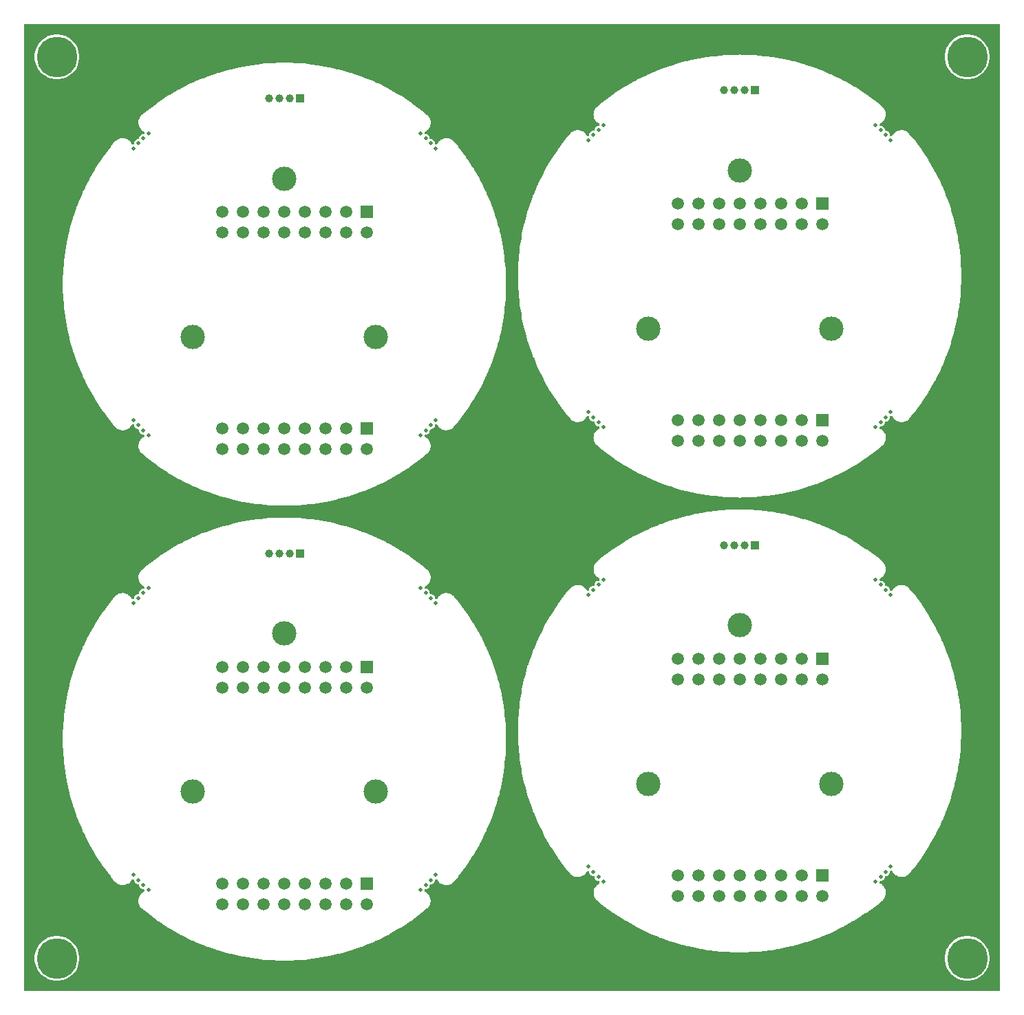
<source format=gtl>
G04*
G04 #@! TF.GenerationSoftware,Altium Limited,Altium Designer,22.4.2 (48)*
G04*
G04 Layer_Physical_Order=1*
G04 Layer_Color=255*
%FSLAX25Y25*%
%MOIN*%
G70*
G04*
G04 #@! TF.SameCoordinates,07826E36-B380-4A6F-B001-D1C9A550E451*
G04*
G04*
G04 #@! TF.FilePolarity,Positive*
G04*
G01*
G75*
%ADD10C,0.19685*%
%ADD11C,0.01968*%
%ADD12C,0.03937*%
%ADD13R,0.03937X0.03937*%
%ADD14C,0.11811*%
%ADD15C,0.05906*%
%ADD16R,0.05906X0.05906*%
G36*
X346457Y-122047D02*
X-125984D01*
Y346457D01*
X346457D01*
Y-122047D01*
D02*
G37*
%LPC*%
G36*
X220472Y331758D02*
X219550Y331730D01*
X217379D01*
X217350Y331724D01*
X217320Y331728D01*
X214978Y331592D01*
X213991Y331562D01*
X213143Y331485D01*
X211144Y331368D01*
X211115Y331361D01*
X211085Y331363D01*
X208570Y331069D01*
X207533Y330975D01*
X206769Y330859D01*
X204941Y330645D01*
X204913Y330636D01*
X204883Y330636D01*
X202194Y330162D01*
X201122Y329999D01*
X200448Y329854D01*
X198790Y329562D01*
X198762Y329551D01*
X198732Y329550D01*
X195867Y328871D01*
X194782Y328638D01*
X194202Y328477D01*
X192713Y328124D01*
X192686Y328111D01*
X192656Y328108D01*
X189608Y327196D01*
X188536Y326897D01*
X188053Y326730D01*
X186730Y326334D01*
X186703Y326320D01*
X186673Y326315D01*
X183432Y325136D01*
X182406Y324782D01*
X182021Y324622D01*
X180860Y324200D01*
X180834Y324184D01*
X180805Y324178D01*
X177350Y322687D01*
X176415Y322300D01*
X176127Y322160D01*
X175125Y321728D01*
X175100Y321710D01*
X175071Y321703D01*
X171366Y319842D01*
X170585Y319461D01*
X170392Y319352D01*
X169543Y318926D01*
X169519Y318908D01*
X169491Y318898D01*
X165467Y316575D01*
X164937Y316276D01*
X164835Y316210D01*
X164134Y315805D01*
X164111Y315785D01*
X164083Y315774D01*
X159600Y312825D01*
X159492Y312755D01*
X159476Y312744D01*
X158915Y312375D01*
X158893Y312353D01*
X158866Y312341D01*
X153904Y308646D01*
X153884Y308624D01*
X153858Y308610D01*
X151201Y306380D01*
X151154Y306345D01*
X151147Y306335D01*
X151091Y306288D01*
X151008Y306184D01*
X150911Y306092D01*
X150399Y305360D01*
X150363Y305313D01*
X150358Y305302D01*
X150316Y305242D01*
X150263Y305120D01*
X150194Y305007D01*
X149888Y304166D01*
X149865Y304112D01*
X149864Y304101D01*
X149839Y304032D01*
X149819Y303900D01*
X149781Y303772D01*
X149703Y302882D01*
X149696Y302823D01*
X149697Y302812D01*
X149691Y302739D01*
X149705Y302606D01*
X149703Y302473D01*
X149858Y301593D01*
X149865Y301535D01*
X149870Y301524D01*
X149882Y301452D01*
X149931Y301327D01*
X149963Y301198D01*
X150340Y300388D01*
X150363Y300334D01*
X150370Y300324D01*
X150401Y300258D01*
X150480Y300151D01*
X150544Y300034D01*
X151118Y299349D01*
X151154Y299302D01*
X151164Y299295D01*
X151210Y299239D01*
X151314Y299156D01*
X151407Y299059D01*
X152139Y298547D01*
X152185Y298511D01*
X152196Y298506D01*
X152256Y298465D01*
X152378Y298411D01*
X152492Y298342D01*
X152647Y297991D01*
X152629Y297948D01*
Y297657D01*
X152495Y297195D01*
X152167Y297195D01*
X151706D01*
X150977Y296893D01*
X150418Y296335D01*
X150116Y295605D01*
Y295228D01*
X150071Y294811D01*
X149654Y294766D01*
X149277D01*
X148547Y294463D01*
X147989Y293905D01*
X147687Y293176D01*
Y292715D01*
X147687Y292387D01*
X147225Y292253D01*
X146934D01*
X146630Y292127D01*
X146449Y292539D01*
X146418Y292584D01*
X146371Y292696D01*
X146293Y292798D01*
X145944Y293308D01*
X145876Y293375D01*
X145823Y293454D01*
X145680Y293597D01*
X145580Y293728D01*
X145449Y293828D01*
X145275Y294002D01*
X145187Y294061D01*
X145111Y294135D01*
X144695Y294407D01*
X144548Y294519D01*
X144477Y294548D01*
X144425Y294583D01*
X144326Y294622D01*
X144237Y294679D01*
X143474Y294976D01*
X143424Y294985D01*
X143347Y295017D01*
X143291Y295024D01*
X143270Y295032D01*
X142462Y295165D01*
X142356Y295162D01*
X142251Y295178D01*
X142154Y295174D01*
X142058Y295186D01*
X141868Y295161D01*
X141433Y295142D01*
X141330Y295117D01*
X141224Y295111D01*
X140945Y295040D01*
X140770Y295017D01*
X140631Y294959D01*
X140431Y294908D01*
X140335Y294862D01*
X140233Y294834D01*
X139722Y294583D01*
X139569Y294519D01*
X139524Y294485D01*
X139498Y294472D01*
X139414Y294408D01*
X139320Y294360D01*
X138675Y293854D01*
X138623Y293794D01*
X138537Y293728D01*
X138502Y293681D01*
X136272Y291024D01*
X136258Y290998D01*
X136235Y290978D01*
X132541Y286016D01*
X132528Y285988D01*
X132507Y285967D01*
X132138Y285405D01*
X132127Y285390D01*
X132057Y285283D01*
X129108Y280799D01*
X129097Y280771D01*
X129077Y280748D01*
X128672Y280047D01*
X128606Y279945D01*
X128307Y279415D01*
X125984Y275391D01*
X125974Y275362D01*
X125956Y275339D01*
X125529Y274490D01*
X125420Y274297D01*
X125040Y273516D01*
X123179Y269811D01*
X123171Y269782D01*
X123154Y269757D01*
X122722Y268755D01*
X122582Y268466D01*
X122195Y267532D01*
X120704Y264077D01*
X120698Y264047D01*
X120682Y264022D01*
X120260Y262861D01*
X120100Y262476D01*
X119746Y261451D01*
X118567Y258209D01*
X118562Y258179D01*
X118548Y258152D01*
X118152Y256829D01*
X117985Y256346D01*
X117686Y255274D01*
X116774Y252226D01*
X116771Y252196D01*
X116758Y252169D01*
X116405Y250680D01*
X116244Y250099D01*
X116011Y249015D01*
X115332Y246149D01*
X115331Y246119D01*
X115320Y246092D01*
X115027Y244434D01*
X114883Y243759D01*
X114720Y242688D01*
X114245Y239999D01*
X114246Y239969D01*
X114237Y239941D01*
X114023Y238113D01*
X113907Y237349D01*
X113813Y236312D01*
X113519Y233797D01*
X113521Y233766D01*
X113514Y233737D01*
X113397Y231738D01*
X113320Y230891D01*
X113290Y229904D01*
X113154Y227562D01*
X113158Y227532D01*
X113152Y227502D01*
Y225332D01*
X113124Y224410D01*
X113152Y223487D01*
Y221316D01*
X113158Y221287D01*
X113154Y221257D01*
X113290Y218914D01*
X113320Y217928D01*
X113397Y217080D01*
X113514Y215082D01*
X113521Y215052D01*
X113519Y215022D01*
X113813Y212507D01*
X113907Y211470D01*
X114023Y210706D01*
X114237Y208878D01*
X114246Y208850D01*
X114245Y208820D01*
X114720Y206131D01*
X114883Y205059D01*
X115027Y204385D01*
X115320Y202727D01*
X115331Y202699D01*
X115332Y202669D01*
X116011Y199804D01*
X116244Y198719D01*
X116405Y198139D01*
X116758Y196650D01*
X116771Y196623D01*
X116774Y196593D01*
X117686Y193544D01*
X117985Y192473D01*
X118152Y191990D01*
X118548Y190666D01*
X118562Y190640D01*
X118567Y190610D01*
X119746Y187368D01*
X120100Y186343D01*
X120260Y185958D01*
X120682Y184797D01*
X120698Y184772D01*
X120704Y184742D01*
X122195Y181287D01*
X122582Y180352D01*
X122722Y180064D01*
X123154Y179062D01*
X123171Y179037D01*
X123179Y179008D01*
X125041Y175302D01*
X125420Y174522D01*
X125529Y174329D01*
X125956Y173480D01*
X125974Y173456D01*
X125984Y173428D01*
X128308Y169403D01*
X128606Y168874D01*
X128672Y168772D01*
X129077Y168071D01*
X129097Y168048D01*
X129108Y168020D01*
X132057Y163536D01*
X132127Y163429D01*
X132138Y163413D01*
X132507Y162852D01*
X132528Y162830D01*
X132541Y162803D01*
X136235Y157841D01*
X136258Y157821D01*
X136272Y157795D01*
X138502Y155138D01*
X138537Y155091D01*
X138547Y155084D01*
X138594Y155028D01*
X138698Y154945D01*
X138790Y154848D01*
X139522Y154335D01*
X139569Y154300D01*
X139579Y154295D01*
X139639Y154253D01*
X139761Y154200D01*
X139875Y154130D01*
X140716Y153825D01*
X140770Y153802D01*
X140781Y153801D01*
X140850Y153776D01*
X140982Y153756D01*
X141110Y153718D01*
X142000Y153640D01*
X142058Y153633D01*
X142070Y153634D01*
X142143Y153628D01*
X142275Y153642D01*
X142409Y153639D01*
X143289Y153795D01*
X143347Y153802D01*
X143358Y153807D01*
X143430Y153820D01*
X143554Y153868D01*
X143684Y153900D01*
X144494Y154277D01*
X144548Y154300D01*
X144558Y154307D01*
X144624Y154338D01*
X144731Y154417D01*
X144848Y154481D01*
X145533Y155055D01*
X145580Y155091D01*
X145587Y155101D01*
X145643Y155148D01*
X145726Y155252D01*
X145823Y155344D01*
X146335Y156076D01*
X146371Y156123D01*
X146376Y156133D01*
X146417Y156193D01*
X146471Y156315D01*
X146540Y156429D01*
X146891Y156584D01*
X146934Y156566D01*
X147225D01*
X147687Y156432D01*
X147687Y156104D01*
Y155643D01*
X147989Y154914D01*
X148547Y154355D01*
X149277Y154053D01*
X149654D01*
X150071Y154008D01*
X150116Y153591D01*
Y153214D01*
X150418Y152484D01*
X150977Y151926D01*
X151706Y151624D01*
X152167D01*
X152495Y151624D01*
X152629Y151162D01*
Y150871D01*
X152647Y150828D01*
X152492Y150477D01*
X152378Y150408D01*
X152256Y150354D01*
X152196Y150312D01*
X152185Y150308D01*
X152139Y150272D01*
X151407Y149759D01*
X151314Y149663D01*
X151210Y149580D01*
X151164Y149524D01*
X151154Y149517D01*
X151118Y149470D01*
X150544Y148785D01*
X150480Y148668D01*
X150401Y148561D01*
X150370Y148495D01*
X150363Y148485D01*
X150340Y148431D01*
X149963Y147621D01*
X149931Y147491D01*
X149882Y147367D01*
X149870Y147295D01*
X149865Y147284D01*
X149858Y147226D01*
X149703Y146346D01*
X149705Y146212D01*
X149691Y146080D01*
X149697Y146007D01*
X149696Y145995D01*
X149703Y145937D01*
X149781Y145047D01*
X149819Y144919D01*
X149839Y144787D01*
X149864Y144718D01*
X149865Y144707D01*
X149888Y144653D01*
X150194Y143812D01*
X150263Y143698D01*
X150316Y143576D01*
X150358Y143517D01*
X150363Y143506D01*
X150399Y143459D01*
X150911Y142727D01*
X151008Y142635D01*
X151091Y142531D01*
X151147Y142484D01*
X151154Y142474D01*
X151201Y142439D01*
X153858Y140209D01*
X153884Y140195D01*
X153904Y140172D01*
X158866Y136478D01*
X158893Y136465D01*
X158915Y136444D01*
X159476Y136075D01*
X159492Y136064D01*
X159599Y135994D01*
X164083Y133045D01*
X164111Y133034D01*
X164134Y133014D01*
X164835Y132609D01*
X164937Y132543D01*
X165466Y132245D01*
X169491Y129921D01*
X169519Y129911D01*
X169543Y129893D01*
X170392Y129466D01*
X170585Y129357D01*
X171365Y128978D01*
X175071Y127116D01*
X175100Y127108D01*
X175125Y127091D01*
X176127Y126659D01*
X176415Y126519D01*
X177349Y126132D01*
X180805Y124641D01*
X180834Y124635D01*
X180860Y124619D01*
X182021Y124197D01*
X182406Y124037D01*
X183431Y123684D01*
X186673Y122503D01*
X186703Y122499D01*
X186730Y122485D01*
X188053Y122089D01*
X188536Y121922D01*
X189608Y121623D01*
X192656Y120711D01*
X192686Y120708D01*
X192713Y120695D01*
X194202Y120342D01*
X194782Y120181D01*
X195867Y119948D01*
X198732Y119269D01*
X198762Y119268D01*
X198790Y119257D01*
X200448Y118964D01*
X201122Y118820D01*
X202194Y118657D01*
X204883Y118183D01*
X204913Y118183D01*
X204941Y118174D01*
X206769Y117960D01*
X207533Y117844D01*
X208570Y117750D01*
X211085Y117456D01*
X211115Y117458D01*
X211144Y117450D01*
X213143Y117334D01*
X213991Y117257D01*
X214978Y117227D01*
X217320Y117091D01*
X217350Y117095D01*
X217379Y117089D01*
X219550D01*
X220472Y117061D01*
X221395Y117089D01*
X223566D01*
X223595Y117095D01*
X223625Y117091D01*
X225967Y117227D01*
X226954Y117257D01*
X227801Y117334D01*
X229800Y117450D01*
X229830Y117458D01*
X229859Y117456D01*
X232375Y117750D01*
X233412Y117844D01*
X234176Y117960D01*
X236004Y118174D01*
X236032Y118183D01*
X236062Y118183D01*
X238751Y118657D01*
X239823Y118820D01*
X240497Y118964D01*
X242155Y119257D01*
X242182Y119268D01*
X242213Y119269D01*
X245078Y119948D01*
X246163Y120181D01*
X246743Y120342D01*
X248232Y120695D01*
X248259Y120708D01*
X248289Y120711D01*
X251337Y121623D01*
X252409Y121922D01*
X252892Y122089D01*
X254215Y122485D01*
X254242Y122499D01*
X254272Y122503D01*
X257513Y123683D01*
X258539Y124037D01*
X258924Y124197D01*
X260085Y124619D01*
X260110Y124635D01*
X260140Y124641D01*
X263595Y126132D01*
X264529Y126519D01*
X264818Y126659D01*
X265820Y127091D01*
X265845Y127108D01*
X265874Y127116D01*
X269579Y128978D01*
X270360Y129357D01*
X270553Y129466D01*
X271402Y129893D01*
X271426Y129911D01*
X271454Y129921D01*
X275479Y132245D01*
X276008Y132543D01*
X276110Y132609D01*
X276811Y133014D01*
X276834Y133034D01*
X276862Y133045D01*
X281346Y135994D01*
X281453Y136064D01*
X281469Y136075D01*
X282030Y136444D01*
X282051Y136465D01*
X282079Y136478D01*
X287041Y140172D01*
X287061Y140195D01*
X287087Y140209D01*
X289457Y142197D01*
X289457Y142197D01*
X289744Y142439D01*
X289791Y142474D01*
X289857Y142561D01*
X289917Y142612D01*
X290423Y143257D01*
X290471Y143351D01*
X290535Y143435D01*
X290548Y143462D01*
X290582Y143506D01*
X290646Y143659D01*
X290897Y144170D01*
X290925Y144272D01*
X290971Y144368D01*
X291022Y144568D01*
X291079Y144707D01*
X291103Y144882D01*
X291174Y145161D01*
X291180Y145267D01*
X291205Y145370D01*
X291224Y145805D01*
X291249Y145995D01*
X291237Y146091D01*
X291241Y146188D01*
X291225Y146293D01*
X291228Y146399D01*
X291095Y147207D01*
X291087Y147228D01*
X291079Y147284D01*
X291048Y147361D01*
X291039Y147411D01*
X290742Y148174D01*
X290685Y148264D01*
X290646Y148362D01*
X290611Y148415D01*
X290582Y148485D01*
X290469Y148632D01*
X290198Y149048D01*
X290124Y149124D01*
X290065Y149212D01*
X289891Y149386D01*
X289791Y149517D01*
X289660Y149617D01*
X289517Y149760D01*
X289438Y149813D01*
X289371Y149881D01*
X288861Y150230D01*
X288759Y150308D01*
X288647Y150355D01*
X288602Y150386D01*
X288190Y150567D01*
X288316Y150871D01*
Y151162D01*
X288450Y151624D01*
X288778Y151624D01*
X289239D01*
X289968Y151926D01*
X290527Y152484D01*
X290829Y153214D01*
Y153591D01*
X290874Y154008D01*
X291290Y154053D01*
X291668D01*
X292398Y154355D01*
X292956Y154914D01*
X293258Y155643D01*
Y156104D01*
X293258Y156432D01*
X293720Y156566D01*
X294011D01*
X294054Y156584D01*
X294405Y156429D01*
X294474Y156315D01*
X294528Y156193D01*
X294569Y156133D01*
X294574Y156123D01*
X294610Y156076D01*
X295122Y155344D01*
X295219Y155252D01*
X295302Y155148D01*
X295358Y155101D01*
X295365Y155091D01*
X295412Y155055D01*
X296097Y154481D01*
X296214Y154417D01*
X296321Y154338D01*
X296387Y154307D01*
X296397Y154300D01*
X296451Y154277D01*
X297261Y153900D01*
X297391Y153868D01*
X297515Y153820D01*
X297587Y153807D01*
X297598Y153802D01*
X297656Y153795D01*
X298536Y153639D01*
X298669Y153642D01*
X298802Y153628D01*
X298875Y153634D01*
X298886Y153633D01*
X298944Y153640D01*
X299835Y153718D01*
X299963Y153756D01*
X300095Y153776D01*
X300164Y153801D01*
X300175Y153802D01*
X300229Y153825D01*
X301069Y154130D01*
X301184Y154200D01*
X301306Y154253D01*
X301365Y154295D01*
X301376Y154300D01*
X301423Y154335D01*
X302155Y154848D01*
X302247Y154945D01*
X302351Y155028D01*
X302398Y155084D01*
X302408Y155091D01*
X302443Y155138D01*
X304673Y157795D01*
X304687Y157821D01*
X304710Y157841D01*
X308404Y162803D01*
X308417Y162830D01*
X308438Y162852D01*
X308807Y163413D01*
X308818Y163429D01*
X308888Y163537D01*
X311837Y168020D01*
X311848Y168048D01*
X311868Y168071D01*
X312273Y168772D01*
X312339Y168874D01*
X312638Y169404D01*
X314961Y173428D01*
X314971Y173456D01*
X314989Y173480D01*
X315415Y174329D01*
X315525Y174522D01*
X315905Y175303D01*
X317765Y179008D01*
X317774Y179037D01*
X317791Y179062D01*
X318223Y180064D01*
X318363Y180352D01*
X318750Y181287D01*
X320241Y184742D01*
X320247Y184772D01*
X320263Y184797D01*
X320685Y185958D01*
X320845Y186343D01*
X321199Y187369D01*
X322378Y190610D01*
X322383Y190640D01*
X322397Y190666D01*
X322793Y191990D01*
X322960Y192473D01*
X323259Y193545D01*
X324171Y196593D01*
X324174Y196623D01*
X324187Y196650D01*
X324539Y198139D01*
X324701Y198719D01*
X324934Y199804D01*
X325613Y202669D01*
X325614Y202699D01*
X325625Y202727D01*
X325918Y204385D01*
X326062Y205059D01*
X326225Y206131D01*
X326699Y208820D01*
X326699Y208850D01*
X326708Y208878D01*
X326922Y210706D01*
X327038Y211470D01*
X327132Y212508D01*
X327426Y215022D01*
X327424Y215052D01*
X327431Y215082D01*
X327548Y217080D01*
X327625Y217928D01*
X327655Y218915D01*
X327791Y221257D01*
X327787Y221287D01*
X327793Y221316D01*
Y223487D01*
X327821Y224410D01*
X327793Y225332D01*
Y227502D01*
X327787Y227532D01*
X327791Y227562D01*
X327655Y229904D01*
X327625Y230891D01*
X327548Y231739D01*
X327431Y233737D01*
X327424Y233766D01*
X327426Y233797D01*
X327132Y236311D01*
X327038Y237349D01*
X326922Y238113D01*
X326708Y239941D01*
X326699Y239969D01*
X326699Y239999D01*
X326225Y242688D01*
X326062Y243759D01*
X325918Y244434D01*
X325625Y246092D01*
X325614Y246119D01*
X325613Y246149D01*
X324934Y249015D01*
X324701Y250099D01*
X324539Y250680D01*
X324187Y252169D01*
X324174Y252196D01*
X324171Y252226D01*
X323259Y255274D01*
X322960Y256346D01*
X322793Y256829D01*
X322397Y258152D01*
X322383Y258179D01*
X322378Y258209D01*
X321199Y261450D01*
X320845Y262476D01*
X320685Y262861D01*
X320263Y264022D01*
X320247Y264047D01*
X320241Y264077D01*
X318751Y267531D01*
X318363Y268466D01*
X318223Y268755D01*
X317791Y269757D01*
X317774Y269782D01*
X317765Y269811D01*
X315905Y273516D01*
X315525Y274297D01*
X315415Y274490D01*
X314989Y275339D01*
X314971Y275362D01*
X314961Y275391D01*
X312638Y279415D01*
X312339Y279945D01*
X312273Y280047D01*
X311868Y280748D01*
X311848Y280771D01*
X311837Y280799D01*
X308889Y285282D01*
X308818Y285390D01*
X308807Y285406D01*
X308438Y285967D01*
X308417Y285988D01*
X308404Y286016D01*
X304710Y290978D01*
X304687Y290998D01*
X304673Y291024D01*
X302685Y293394D01*
X302667Y293408D01*
X302655Y293427D01*
X302551Y293541D01*
X302408Y293728D01*
X302277Y293828D01*
X302036Y294069D01*
X301928Y294141D01*
X301831Y294227D01*
X301514Y294413D01*
X301376Y294519D01*
X301233Y294579D01*
X300962Y294737D01*
X300839Y294780D01*
X300724Y294839D01*
X300342Y294947D01*
X300175Y295017D01*
X300032Y295035D01*
X299754Y295114D01*
X299625Y295125D01*
X299498Y295152D01*
X299072Y295162D01*
X298886Y295186D01*
X298754Y295169D01*
X298491Y295175D01*
X298363Y295152D01*
X298233Y295147D01*
X297787Y295041D01*
X297598Y295017D01*
X297485Y294970D01*
X297253Y294915D01*
X297135Y294861D01*
X297010Y294824D01*
X296575Y294593D01*
X296397Y294519D01*
X296310Y294452D01*
X296120Y294352D01*
X296019Y294270D01*
X295908Y294203D01*
X295518Y293845D01*
X295365Y293728D01*
X295306Y293651D01*
X295165Y293522D01*
X295089Y293417D01*
X294998Y293324D01*
X294689Y292846D01*
X294574Y292696D01*
X294542Y292619D01*
X294450Y292478D01*
X294011Y292253D01*
X293720D01*
X293258Y292387D01*
X293258Y292715D01*
Y293176D01*
X292956Y293905D01*
X292398Y294463D01*
X291668Y294766D01*
X291290D01*
X290874Y294811D01*
X290829Y295228D01*
Y295605D01*
X290527Y296335D01*
X289968Y296893D01*
X289239Y297195D01*
X288778D01*
X288450Y297195D01*
X288316Y297657D01*
Y297948D01*
X288541Y298387D01*
X288683Y298479D01*
X288759Y298511D01*
X288909Y298626D01*
X289387Y298935D01*
X289480Y299026D01*
X289585Y299102D01*
X289714Y299243D01*
X289791Y299302D01*
X289908Y299455D01*
X290265Y299845D01*
X290333Y299956D01*
X290415Y300057D01*
X290515Y300247D01*
X290582Y300334D01*
X290656Y300512D01*
X290887Y300947D01*
X290924Y301072D01*
X290978Y301190D01*
X291033Y301422D01*
X291079Y301535D01*
X291104Y301724D01*
X291210Y302170D01*
X291215Y302300D01*
X291237Y302428D01*
X291232Y302691D01*
X291249Y302823D01*
X291225Y303009D01*
X291215Y303435D01*
X291187Y303562D01*
X291177Y303691D01*
X291098Y303969D01*
X291079Y304112D01*
X291010Y304279D01*
X290902Y304661D01*
X290843Y304777D01*
X290800Y304899D01*
X290641Y305170D01*
X290582Y305313D01*
X290476Y305451D01*
X290290Y305768D01*
X290204Y305865D01*
X290132Y305973D01*
X289891Y306214D01*
X289791Y306345D01*
X289604Y306488D01*
X289490Y306592D01*
X289471Y306604D01*
X289457Y306622D01*
X287087Y308610D01*
X287061Y308624D01*
X287041Y308646D01*
X282079Y312341D01*
X282051Y312353D01*
X282030Y312375D01*
X281469Y312744D01*
X281453Y312755D01*
X281345Y312825D01*
X276862Y315774D01*
X276834Y315785D01*
X276811Y315805D01*
X276110Y316210D01*
X276008Y316276D01*
X275478Y316575D01*
X271454Y318898D01*
X271426Y318908D01*
X271402Y318926D01*
X270553Y319352D01*
X270360Y319461D01*
X269579Y319842D01*
X265874Y321703D01*
X265845Y321710D01*
X265820Y321728D01*
X264818Y322160D01*
X264529Y322300D01*
X263595Y322688D01*
X260140Y324178D01*
X260110Y324184D01*
X260085Y324200D01*
X258924Y324622D01*
X258539Y324782D01*
X257513Y325136D01*
X254272Y326315D01*
X254242Y326320D01*
X254215Y326334D01*
X252892Y326730D01*
X252409Y326897D01*
X251337Y327196D01*
X248289Y328108D01*
X248259Y328111D01*
X248232Y328124D01*
X246743Y328477D01*
X246163Y328638D01*
X245078Y328871D01*
X242213Y329550D01*
X242182Y329551D01*
X242155Y329562D01*
X240497Y329854D01*
X239823Y329999D01*
X238751Y330162D01*
X236062Y330636D01*
X236032Y330636D01*
X236004Y330645D01*
X234176Y330859D01*
X233412Y330975D01*
X232374Y331069D01*
X229859Y331363D01*
X229829Y331361D01*
X229800Y331368D01*
X227802Y331485D01*
X226954Y331562D01*
X225967Y331592D01*
X223625Y331728D01*
X223595Y331724D01*
X223566Y331730D01*
X221395D01*
X220472Y331758D01*
D02*
G37*
G36*
X0Y327821D02*
X-923Y327793D01*
X-3093D01*
X-3122Y327787D01*
X-3152Y327791D01*
X-5495Y327655D01*
X-6481Y327625D01*
X-7329Y327548D01*
X-9328Y327431D01*
X-9357Y327424D01*
X-9387Y327426D01*
X-11902Y327132D01*
X-12939Y327038D01*
X-13703Y326922D01*
X-15531Y326708D01*
X-15560Y326699D01*
X-15590Y326699D01*
X-18278Y326225D01*
X-19350Y326062D01*
X-20025Y325918D01*
X-21682Y325625D01*
X-21710Y325614D01*
X-21740Y325613D01*
X-24605Y324934D01*
X-25690Y324701D01*
X-26270Y324539D01*
X-27759Y324187D01*
X-27787Y324174D01*
X-27817Y324171D01*
X-30865Y323259D01*
X-31936Y322960D01*
X-32420Y322793D01*
X-33743Y322397D01*
X-33770Y322383D01*
X-33799Y322378D01*
X-37041Y321199D01*
X-38066Y320845D01*
X-38452Y320685D01*
X-39612Y320263D01*
X-39638Y320247D01*
X-39667Y320241D01*
X-43122Y318750D01*
X-44057Y318363D01*
X-44346Y318223D01*
X-45347Y317791D01*
X-45372Y317774D01*
X-45401Y317765D01*
X-49107Y315905D01*
X-49887Y315525D01*
X-50081Y315415D01*
X-50929Y314989D01*
X-50953Y314971D01*
X-50981Y314961D01*
X-55006Y312638D01*
X-55535Y312339D01*
X-55637Y312273D01*
X-56339Y311868D01*
X-56361Y311848D01*
X-56389Y311837D01*
X-60873Y308888D01*
X-60981Y308818D01*
X-60996Y308807D01*
X-61558Y308438D01*
X-61579Y308417D01*
X-61606Y308404D01*
X-66568Y304710D01*
X-66588Y304687D01*
X-66615Y304673D01*
X-69272Y302443D01*
X-69318Y302408D01*
X-69326Y302398D01*
X-69381Y302351D01*
X-69465Y302247D01*
X-69561Y302155D01*
X-70074Y301423D01*
X-70110Y301376D01*
X-70114Y301365D01*
X-70156Y301306D01*
X-70210Y301184D01*
X-70279Y301069D01*
X-70585Y300229D01*
X-70607Y300175D01*
X-70609Y300164D01*
X-70634Y300095D01*
X-70654Y299963D01*
X-70691Y299835D01*
X-70769Y298944D01*
X-70777Y298886D01*
X-70775Y298875D01*
X-70782Y298802D01*
X-70767Y298669D01*
X-70770Y298536D01*
X-70615Y297656D01*
X-70607Y297598D01*
X-70603Y297587D01*
X-70590Y297515D01*
X-70542Y297391D01*
X-70510Y297261D01*
X-70132Y296451D01*
X-70110Y296397D01*
X-70102Y296387D01*
X-70072Y296321D01*
X-69993Y296214D01*
X-69929Y296097D01*
X-69354Y295412D01*
X-69318Y295365D01*
X-69309Y295358D01*
X-69262Y295302D01*
X-69158Y295219D01*
X-69066Y295122D01*
X-68333Y294610D01*
X-68287Y294574D01*
X-68276Y294569D01*
X-68216Y294528D01*
X-68094Y294474D01*
X-67980Y294405D01*
X-67826Y294054D01*
X-67844Y294011D01*
Y293720D01*
X-67977Y293258D01*
X-68305Y293258D01*
X-68767D01*
X-69496Y292956D01*
X-70054Y292398D01*
X-70356Y291668D01*
Y291290D01*
X-70402Y290874D01*
X-70818Y290829D01*
X-71196D01*
X-71925Y290527D01*
X-72483Y289968D01*
X-72785Y289239D01*
Y288778D01*
X-72785Y288450D01*
X-73247Y288316D01*
X-73539D01*
X-73842Y288190D01*
X-74023Y288602D01*
X-74055Y288647D01*
X-74102Y288759D01*
X-74180Y288861D01*
X-74529Y289371D01*
X-74596Y289438D01*
X-74649Y289517D01*
X-74792Y289660D01*
X-74893Y289791D01*
X-75024Y289891D01*
X-75198Y290065D01*
X-75286Y290124D01*
X-75362Y290198D01*
X-75777Y290470D01*
X-75924Y290582D01*
X-75995Y290611D01*
X-76048Y290646D01*
X-76146Y290685D01*
X-76235Y290742D01*
X-76999Y291039D01*
X-77049Y291048D01*
X-77125Y291079D01*
X-77182Y291087D01*
X-77202Y291095D01*
X-78010Y291228D01*
X-78116Y291225D01*
X-78221Y291241D01*
X-78318Y291237D01*
X-78414Y291249D01*
X-78605Y291224D01*
X-79040Y291205D01*
X-79142Y291180D01*
X-79248Y291174D01*
X-79527Y291103D01*
X-79703Y291079D01*
X-79842Y291022D01*
X-80042Y290971D01*
X-80137Y290925D01*
X-80239Y290897D01*
X-80751Y290646D01*
X-80904Y290582D01*
X-80948Y290548D01*
X-80974Y290535D01*
X-81058Y290471D01*
X-81153Y290423D01*
X-81797Y289917D01*
X-81849Y289857D01*
X-81935Y289791D01*
X-81971Y289744D01*
X-84200Y287087D01*
X-84215Y287061D01*
X-84237Y287041D01*
X-87931Y282079D01*
X-87944Y282051D01*
X-87965Y282030D01*
X-88335Y281469D01*
X-88346Y281453D01*
X-88415Y281346D01*
X-91365Y276862D01*
X-91376Y276834D01*
X-91396Y276811D01*
X-91801Y276110D01*
X-91867Y276008D01*
X-92165Y275479D01*
X-94489Y271454D01*
X-94498Y271426D01*
X-94517Y271402D01*
X-94943Y270553D01*
X-95052Y270360D01*
X-95432Y269579D01*
X-97293Y265874D01*
X-97301Y265845D01*
X-97318Y265820D01*
X-97750Y264818D01*
X-97891Y264529D01*
X-98278Y263595D01*
X-99768Y260140D01*
X-99775Y260110D01*
X-99790Y260085D01*
X-100213Y258924D01*
X-100372Y258539D01*
X-100726Y257513D01*
X-101906Y254272D01*
X-101911Y254242D01*
X-101925Y254215D01*
X-102321Y252892D01*
X-102488Y252409D01*
X-102786Y251337D01*
X-103699Y248289D01*
X-103702Y248259D01*
X-103714Y248232D01*
X-104067Y246743D01*
X-104229Y246163D01*
X-104462Y245078D01*
X-105141Y242213D01*
X-105142Y242182D01*
X-105153Y242155D01*
X-105445Y240497D01*
X-105590Y239823D01*
X-105753Y238751D01*
X-106227Y236062D01*
X-106226Y236032D01*
X-106236Y236004D01*
X-106449Y234176D01*
X-106565Y233412D01*
X-106660Y232375D01*
X-106954Y229859D01*
X-106951Y229829D01*
X-106959Y229800D01*
X-107075Y227801D01*
X-107152Y226954D01*
X-107182Y225967D01*
X-107319Y223625D01*
X-107315Y223595D01*
X-107320Y223566D01*
Y221395D01*
X-107348Y220472D01*
X-107320Y219550D01*
Y217379D01*
X-107315Y217350D01*
X-107319Y217320D01*
X-107182Y214977D01*
X-107152Y213991D01*
X-107075Y213143D01*
X-106959Y211144D01*
X-106951Y211115D01*
X-106954Y211085D01*
X-106660Y208570D01*
X-106565Y207533D01*
X-106449Y206769D01*
X-106236Y204941D01*
X-106226Y204913D01*
X-106227Y204883D01*
X-105753Y202194D01*
X-105590Y201122D01*
X-105445Y200448D01*
X-105153Y198790D01*
X-105142Y198762D01*
X-105141Y198732D01*
X-104462Y195867D01*
X-104229Y194782D01*
X-104067Y194202D01*
X-103714Y192713D01*
X-103702Y192686D01*
X-103699Y192656D01*
X-102786Y189608D01*
X-102488Y188536D01*
X-102321Y188053D01*
X-101925Y186730D01*
X-101911Y186703D01*
X-101906Y186673D01*
X-100726Y183431D01*
X-100372Y182406D01*
X-100213Y182021D01*
X-99790Y180860D01*
X-99775Y180834D01*
X-99768Y180805D01*
X-98278Y177349D01*
X-97891Y176415D01*
X-97750Y176127D01*
X-97318Y175125D01*
X-97301Y175100D01*
X-97293Y175071D01*
X-95432Y171365D01*
X-95052Y170585D01*
X-94943Y170392D01*
X-94517Y169543D01*
X-94498Y169519D01*
X-94489Y169491D01*
X-92165Y165466D01*
X-91867Y164937D01*
X-91801Y164835D01*
X-91396Y164134D01*
X-91376Y164111D01*
X-91365Y164083D01*
X-88415Y159599D01*
X-88346Y159492D01*
X-88335Y159476D01*
X-87965Y158915D01*
X-87944Y158893D01*
X-87931Y158866D01*
X-84237Y153904D01*
X-84215Y153884D01*
X-84200Y153858D01*
X-81971Y151201D01*
X-81935Y151154D01*
X-81926Y151147D01*
X-81879Y151091D01*
X-81775Y151008D01*
X-81683Y150911D01*
X-80950Y150399D01*
X-80904Y150363D01*
X-80893Y150358D01*
X-80833Y150316D01*
X-80711Y150263D01*
X-80597Y150194D01*
X-79757Y149888D01*
X-79703Y149865D01*
X-79691Y149864D01*
X-79623Y149839D01*
X-79491Y149819D01*
X-79363Y149781D01*
X-78472Y149703D01*
X-78414Y149696D01*
X-78402Y149697D01*
X-78330Y149691D01*
X-78197Y149705D01*
X-78064Y149703D01*
X-77183Y149858D01*
X-77125Y149865D01*
X-77114Y149870D01*
X-77042Y149882D01*
X-76918Y149931D01*
X-76789Y149963D01*
X-75978Y150340D01*
X-75924Y150363D01*
X-75915Y150370D01*
X-75849Y150401D01*
X-75741Y150480D01*
X-75624Y150544D01*
X-74940Y151118D01*
X-74893Y151154D01*
X-74886Y151164D01*
X-74830Y151210D01*
X-74746Y151314D01*
X-74650Y151407D01*
X-74137Y152139D01*
X-74102Y152185D01*
X-74097Y152196D01*
X-74055Y152256D01*
X-74001Y152378D01*
X-73932Y152492D01*
X-73582Y152647D01*
X-73539Y152629D01*
X-73247D01*
X-72785Y152495D01*
X-72785Y152167D01*
Y151706D01*
X-72483Y150977D01*
X-71925Y150418D01*
X-71196Y150116D01*
X-70818D01*
X-70402Y150071D01*
X-70356Y149654D01*
Y149277D01*
X-70054Y148547D01*
X-69496Y147989D01*
X-68767Y147687D01*
X-68305D01*
X-67977Y147687D01*
X-67844Y147225D01*
Y146934D01*
X-67826Y146891D01*
X-67980Y146540D01*
X-68094Y146471D01*
X-68216Y146417D01*
X-68276Y146375D01*
X-68287Y146371D01*
X-68334Y146335D01*
X-69066Y145823D01*
X-69158Y145726D01*
X-69262Y145643D01*
X-69309Y145587D01*
X-69318Y145580D01*
X-69354Y145533D01*
X-69929Y144848D01*
X-69993Y144731D01*
X-70072Y144624D01*
X-70102Y144558D01*
X-70110Y144548D01*
X-70132Y144494D01*
X-70510Y143684D01*
X-70542Y143554D01*
X-70590Y143430D01*
X-70603Y143358D01*
X-70607Y143347D01*
X-70615Y143289D01*
X-70770Y142409D01*
X-70767Y142275D01*
X-70782Y142143D01*
X-70775Y142070D01*
X-70777Y142058D01*
X-70769Y142000D01*
X-70691Y141110D01*
X-70654Y140982D01*
X-70634Y140850D01*
X-70609Y140781D01*
X-70607Y140770D01*
X-70585Y140716D01*
X-70279Y139875D01*
X-70210Y139761D01*
X-70156Y139639D01*
X-70114Y139579D01*
X-70110Y139569D01*
X-70074Y139522D01*
X-69561Y138790D01*
X-69465Y138698D01*
X-69381Y138594D01*
X-69326Y138547D01*
X-69318Y138537D01*
X-69272Y138502D01*
X-66615Y136272D01*
X-66588Y136258D01*
X-66568Y136235D01*
X-61606Y132541D01*
X-61579Y132528D01*
X-61558Y132507D01*
X-60996Y132138D01*
X-60981Y132127D01*
X-60874Y132057D01*
X-56389Y129108D01*
X-56361Y129097D01*
X-56339Y129077D01*
X-55637Y128672D01*
X-55535Y128606D01*
X-55006Y128308D01*
X-50981Y125984D01*
X-50953Y125974D01*
X-50929Y125956D01*
X-50081Y125529D01*
X-49887Y125420D01*
X-49107Y125041D01*
X-45401Y123179D01*
X-45372Y123171D01*
X-45347Y123154D01*
X-44345Y122722D01*
X-44057Y122582D01*
X-43123Y122195D01*
X-39667Y120704D01*
X-39638Y120698D01*
X-39612Y120682D01*
X-38451Y120260D01*
X-38066Y120100D01*
X-37041Y119746D01*
X-33799Y118567D01*
X-33770Y118562D01*
X-33743Y118548D01*
X-32420Y118152D01*
X-31936Y117985D01*
X-30865Y117686D01*
X-27817Y116774D01*
X-27787Y116771D01*
X-27759Y116758D01*
X-26270Y116405D01*
X-25690Y116244D01*
X-24606Y116011D01*
X-21740Y115332D01*
X-21710Y115331D01*
X-21682Y115320D01*
X-20024Y115027D01*
X-19350Y114883D01*
X-18279Y114720D01*
X-15590Y114245D01*
X-15560Y114246D01*
X-15531Y114237D01*
X-13703Y114023D01*
X-12939Y113907D01*
X-11902Y113813D01*
X-9387Y113519D01*
X-9357Y113521D01*
X-9328Y113514D01*
X-7329Y113397D01*
X-6481Y113320D01*
X-5495Y113290D01*
X-3152Y113154D01*
X-3122Y113158D01*
X-3093Y113152D01*
X-923D01*
X0Y113124D01*
X923Y113152D01*
X3093D01*
X3122Y113158D01*
X3152Y113154D01*
X5495Y113290D01*
X6481Y113320D01*
X7329Y113397D01*
X9328Y113514D01*
X9357Y113521D01*
X9387Y113519D01*
X11902Y113813D01*
X12939Y113907D01*
X13703Y114023D01*
X15531Y114237D01*
X15560Y114246D01*
X15590Y114245D01*
X18279Y114720D01*
X19350Y114883D01*
X20024Y115027D01*
X21682Y115320D01*
X21710Y115331D01*
X21740Y115332D01*
X24606Y116011D01*
X25690Y116244D01*
X26270Y116405D01*
X27759Y116758D01*
X27787Y116771D01*
X27817Y116774D01*
X30865Y117686D01*
X31936Y117985D01*
X32420Y118152D01*
X33743Y118548D01*
X33770Y118562D01*
X33799Y118567D01*
X37041Y119746D01*
X38066Y120100D01*
X38452Y120260D01*
X39612Y120682D01*
X39638Y120698D01*
X39667Y120704D01*
X43123Y122195D01*
X44057Y122582D01*
X44346Y122722D01*
X45347Y123154D01*
X45372Y123171D01*
X45401Y123179D01*
X49107Y125040D01*
X49887Y125420D01*
X50081Y125529D01*
X50929Y125956D01*
X50953Y125974D01*
X50981Y125984D01*
X55006Y128307D01*
X55535Y128606D01*
X55637Y128672D01*
X56339Y129077D01*
X56361Y129097D01*
X56389Y129108D01*
X60873Y132057D01*
X60981Y132127D01*
X60996Y132138D01*
X61558Y132507D01*
X61579Y132528D01*
X61606Y132541D01*
X66568Y136235D01*
X66588Y136258D01*
X66615Y136272D01*
X68984Y138260D01*
X68984Y138260D01*
X69272Y138502D01*
X69318Y138537D01*
X69384Y138623D01*
X69445Y138675D01*
X69950Y139320D01*
X69998Y139414D01*
X70063Y139498D01*
X70076Y139524D01*
X70110Y139569D01*
X70173Y139722D01*
X70425Y140233D01*
X70452Y140335D01*
X70498Y140431D01*
X70550Y140631D01*
X70607Y140770D01*
X70630Y140945D01*
X70702Y141224D01*
X70707Y141330D01*
X70733Y141433D01*
X70752Y141868D01*
X70777Y142058D01*
X70764Y142154D01*
X70768Y142251D01*
X70752Y142356D01*
X70756Y142462D01*
X70622Y143270D01*
X70614Y143291D01*
X70607Y143347D01*
X70575Y143424D01*
X70567Y143474D01*
X70270Y144237D01*
X70213Y144326D01*
X70173Y144425D01*
X70139Y144477D01*
X70110Y144548D01*
X69997Y144695D01*
X69726Y145111D01*
X69652Y145187D01*
X69593Y145275D01*
X69419Y145449D01*
X69318Y145580D01*
X69187Y145680D01*
X69044Y145823D01*
X68965Y145876D01*
X68899Y145944D01*
X68389Y146293D01*
X68287Y146371D01*
X68174Y146418D01*
X68129Y146449D01*
X67718Y146630D01*
X67844Y146934D01*
Y147225D01*
X67977Y147687D01*
X68305Y147687D01*
X68767D01*
X69496Y147989D01*
X70054Y148547D01*
X70356Y149277D01*
Y149654D01*
X70402Y150071D01*
X70818Y150116D01*
X71196D01*
X71925Y150418D01*
X72483Y150977D01*
X72785Y151706D01*
Y152167D01*
X72785Y152495D01*
X73247Y152629D01*
X73539D01*
X73582Y152647D01*
X73932Y152492D01*
X74001Y152378D01*
X74055Y152256D01*
X74097Y152196D01*
X74102Y152185D01*
X74137Y152139D01*
X74650Y151407D01*
X74746Y151314D01*
X74830Y151210D01*
X74886Y151164D01*
X74893Y151154D01*
X74939Y151118D01*
X75624Y150544D01*
X75741Y150480D01*
X75849Y150401D01*
X75915Y150370D01*
X75924Y150363D01*
X75978Y150340D01*
X76789Y149963D01*
X76918Y149931D01*
X77042Y149882D01*
X77114Y149870D01*
X77125Y149865D01*
X77183Y149858D01*
X78064Y149703D01*
X78197Y149705D01*
X78330Y149691D01*
X78402Y149697D01*
X78414Y149696D01*
X78472Y149703D01*
X79363Y149781D01*
X79491Y149819D01*
X79623Y149839D01*
X79691Y149864D01*
X79703Y149865D01*
X79757Y149888D01*
X80597Y150194D01*
X80711Y150263D01*
X80833Y150316D01*
X80893Y150358D01*
X80904Y150363D01*
X80950Y150399D01*
X81683Y150911D01*
X81775Y151008D01*
X81879Y151091D01*
X81926Y151147D01*
X81935Y151154D01*
X81971Y151201D01*
X84200Y153858D01*
X84215Y153884D01*
X84237Y153904D01*
X87931Y158866D01*
X87944Y158893D01*
X87965Y158915D01*
X88335Y159476D01*
X88346Y159492D01*
X88416Y159600D01*
X91365Y164083D01*
X91376Y164111D01*
X91396Y164134D01*
X91800Y164835D01*
X91867Y164937D01*
X92165Y165467D01*
X94489Y169491D01*
X94498Y169519D01*
X94517Y169543D01*
X94943Y170392D01*
X95052Y170585D01*
X95432Y171366D01*
X97293Y175071D01*
X97301Y175100D01*
X97318Y175125D01*
X97750Y176127D01*
X97891Y176415D01*
X98278Y177350D01*
X99768Y180805D01*
X99775Y180834D01*
X99790Y180860D01*
X100213Y182021D01*
X100372Y182406D01*
X100726Y183432D01*
X101906Y186673D01*
X101911Y186703D01*
X101925Y186730D01*
X102321Y188053D01*
X102488Y188536D01*
X102786Y189608D01*
X103699Y192656D01*
X103702Y192686D01*
X103714Y192713D01*
X104067Y194202D01*
X104229Y194782D01*
X104462Y195867D01*
X105141Y198732D01*
X105142Y198762D01*
X105153Y198790D01*
X105445Y200448D01*
X105590Y201122D01*
X105753Y202194D01*
X106227Y204883D01*
X106226Y204913D01*
X106236Y204941D01*
X106449Y206769D01*
X106565Y207533D01*
X106660Y208570D01*
X106954Y211085D01*
X106951Y211115D01*
X106959Y211144D01*
X107075Y213143D01*
X107152Y213991D01*
X107182Y214978D01*
X107319Y217320D01*
X107314Y217350D01*
X107320Y217379D01*
Y219550D01*
X107348Y220472D01*
X107320Y221395D01*
Y223566D01*
X107315Y223595D01*
X107319Y223625D01*
X107182Y225967D01*
X107152Y226954D01*
X107075Y227802D01*
X106959Y229800D01*
X106951Y229829D01*
X106954Y229859D01*
X106660Y232374D01*
X106565Y233412D01*
X106449Y234176D01*
X106236Y236004D01*
X106226Y236032D01*
X106227Y236062D01*
X105753Y238751D01*
X105590Y239823D01*
X105445Y240497D01*
X105153Y242155D01*
X105142Y242182D01*
X105141Y242213D01*
X104462Y245078D01*
X104229Y246163D01*
X104067Y246743D01*
X103714Y248232D01*
X103702Y248259D01*
X103699Y248289D01*
X102786Y251337D01*
X102488Y252409D01*
X102321Y252892D01*
X101925Y254215D01*
X101911Y254242D01*
X101906Y254272D01*
X100726Y257513D01*
X100372Y258539D01*
X100213Y258924D01*
X99790Y260085D01*
X99775Y260110D01*
X99768Y260140D01*
X98278Y263595D01*
X97891Y264529D01*
X97750Y264818D01*
X97318Y265820D01*
X97301Y265845D01*
X97293Y265874D01*
X95432Y269579D01*
X95052Y270360D01*
X94943Y270553D01*
X94517Y271402D01*
X94498Y271426D01*
X94489Y271454D01*
X92165Y275478D01*
X91867Y276008D01*
X91800Y276110D01*
X91396Y276811D01*
X91376Y276834D01*
X91364Y276862D01*
X88416Y281345D01*
X88346Y281453D01*
X88334Y281469D01*
X87965Y282030D01*
X87944Y282051D01*
X87931Y282079D01*
X84237Y287041D01*
X84215Y287061D01*
X84200Y287087D01*
X82212Y289457D01*
X82195Y289471D01*
X82183Y289490D01*
X82078Y289604D01*
X81935Y289791D01*
X81804Y289891D01*
X81564Y290132D01*
X81456Y290204D01*
X81359Y290290D01*
X81041Y290476D01*
X80904Y290582D01*
X80760Y290641D01*
X80490Y290800D01*
X80367Y290843D01*
X80252Y290902D01*
X79870Y291010D01*
X79703Y291079D01*
X79559Y291098D01*
X79282Y291177D01*
X79153Y291187D01*
X79026Y291215D01*
X78599Y291225D01*
X78414Y291249D01*
X78281Y291232D01*
X78018Y291237D01*
X77891Y291215D01*
X77761Y291210D01*
X77315Y291104D01*
X77125Y291079D01*
X77013Y291033D01*
X76780Y290978D01*
X76662Y290924D01*
X76538Y290887D01*
X76103Y290656D01*
X75924Y290582D01*
X75837Y290515D01*
X75647Y290415D01*
X75547Y290333D01*
X75436Y290265D01*
X75046Y289908D01*
X74893Y289791D01*
X74834Y289714D01*
X74693Y289585D01*
X74616Y289480D01*
X74526Y289387D01*
X74216Y288909D01*
X74102Y288759D01*
X74070Y288683D01*
X73978Y288541D01*
X73539Y288316D01*
X73247D01*
X72785Y288450D01*
X72785Y288778D01*
Y289239D01*
X72483Y289968D01*
X71925Y290527D01*
X71196Y290829D01*
X70818D01*
X70402Y290874D01*
X70356Y291290D01*
Y291668D01*
X70054Y292398D01*
X69496Y292956D01*
X68767Y293258D01*
X68305D01*
X67977Y293258D01*
X67844Y293720D01*
Y294011D01*
X68068Y294450D01*
X68210Y294542D01*
X68287Y294574D01*
X68436Y294689D01*
X68915Y294998D01*
X69008Y295089D01*
X69112Y295165D01*
X69242Y295306D01*
X69318Y295365D01*
X69436Y295518D01*
X69793Y295908D01*
X69860Y296019D01*
X69942Y296120D01*
X70043Y296310D01*
X70110Y296397D01*
X70183Y296575D01*
X70414Y297010D01*
X70451Y297135D01*
X70505Y297253D01*
X70560Y297485D01*
X70607Y297598D01*
X70632Y297787D01*
X70738Y298233D01*
X70742Y298363D01*
X70765Y298491D01*
X70759Y298754D01*
X70777Y298886D01*
X70752Y299072D01*
X70743Y299498D01*
X70715Y299625D01*
X70705Y299754D01*
X70626Y300032D01*
X70607Y300175D01*
X70538Y300342D01*
X70430Y300724D01*
X70371Y300839D01*
X70328Y300962D01*
X70169Y301233D01*
X70110Y301376D01*
X70004Y301514D01*
X69818Y301831D01*
X69731Y301928D01*
X69659Y302036D01*
X69419Y302277D01*
X69318Y302408D01*
X69131Y302551D01*
X69018Y302655D01*
X68998Y302667D01*
X68984Y302685D01*
X66615Y304673D01*
X66588Y304687D01*
X66568Y304710D01*
X61606Y308404D01*
X61579Y308417D01*
X61558Y308438D01*
X60996Y308807D01*
X60981Y308818D01*
X60872Y308888D01*
X56389Y311837D01*
X56361Y311848D01*
X56339Y311868D01*
X55638Y312273D01*
X55535Y312339D01*
X55005Y312638D01*
X50981Y314961D01*
X50953Y314971D01*
X50929Y314989D01*
X50081Y315415D01*
X49887Y315525D01*
X49106Y315905D01*
X45401Y317765D01*
X45372Y317774D01*
X45347Y317791D01*
X44346Y318223D01*
X44057Y318363D01*
X43122Y318751D01*
X39667Y320241D01*
X39638Y320247D01*
X39612Y320263D01*
X38452Y320685D01*
X38066Y320845D01*
X37040Y321199D01*
X33799Y322378D01*
X33770Y322383D01*
X33743Y322397D01*
X32420Y322793D01*
X31936Y322960D01*
X30864Y323259D01*
X27817Y324171D01*
X27787Y324174D01*
X27759Y324187D01*
X26270Y324539D01*
X25690Y324701D01*
X24605Y324934D01*
X21740Y325613D01*
X21710Y325614D01*
X21682Y325625D01*
X20025Y325918D01*
X19350Y326062D01*
X18278Y326225D01*
X15590Y326699D01*
X15560Y326699D01*
X15531Y326708D01*
X13704Y326922D01*
X12939Y327038D01*
X11902Y327132D01*
X9387Y327426D01*
X9357Y327424D01*
X9328Y327431D01*
X7329Y327548D01*
X6481Y327625D01*
X5494Y327655D01*
X3152Y327791D01*
X3122Y327787D01*
X3093Y327793D01*
X923D01*
X0Y327821D01*
D02*
G37*
G36*
X331562Y341551D02*
X329855D01*
X328170Y341284D01*
X326547Y340757D01*
X325026Y339982D01*
X323645Y338979D01*
X322439Y337772D01*
X321435Y336391D01*
X320660Y334871D01*
X320133Y333248D01*
X319866Y331562D01*
Y329855D01*
X320133Y328170D01*
X320660Y326547D01*
X321435Y325026D01*
X322439Y323645D01*
X323645Y322439D01*
X325026Y321435D01*
X326547Y320660D01*
X328170Y320133D01*
X329855Y319866D01*
X331562D01*
X333248Y320133D01*
X334871Y320660D01*
X336391Y321435D01*
X337772Y322439D01*
X338979Y323645D01*
X339982Y325026D01*
X340757Y326547D01*
X341284Y328170D01*
X341551Y329855D01*
Y331562D01*
X341284Y333248D01*
X340757Y334871D01*
X339982Y336391D01*
X338979Y337772D01*
X337772Y338979D01*
X336391Y339982D01*
X334871Y340757D01*
X333248Y341284D01*
X331562Y341551D01*
D02*
G37*
G36*
X-109383D02*
X-111090D01*
X-112775Y341284D01*
X-114398Y340757D01*
X-115919Y339982D01*
X-117300Y338979D01*
X-118506Y337772D01*
X-119510Y336391D01*
X-120284Y334871D01*
X-120812Y333248D01*
X-121079Y331562D01*
Y329855D01*
X-120812Y328170D01*
X-120284Y326547D01*
X-119510Y325026D01*
X-118506Y323645D01*
X-117300Y322439D01*
X-115919Y321435D01*
X-114398Y320660D01*
X-112775Y320133D01*
X-111090Y319866D01*
X-109383D01*
X-107697Y320133D01*
X-106074Y320660D01*
X-104553Y321435D01*
X-103173Y322439D01*
X-101966Y323645D01*
X-100963Y325026D01*
X-100188Y326547D01*
X-99661Y328170D01*
X-99394Y329855D01*
Y331562D01*
X-99661Y333248D01*
X-100188Y334871D01*
X-100963Y336391D01*
X-101966Y337772D01*
X-103173Y338979D01*
X-104553Y339982D01*
X-106074Y340757D01*
X-107697Y341284D01*
X-109383Y341551D01*
D02*
G37*
G36*
X220472Y111285D02*
X219550Y111257D01*
X217379D01*
X217350Y111251D01*
X217320Y111256D01*
X214978Y111119D01*
X213991Y111089D01*
X213143Y111012D01*
X211144Y110896D01*
X211115Y110888D01*
X211085Y110891D01*
X208570Y110597D01*
X207533Y110503D01*
X206769Y110386D01*
X204941Y110173D01*
X204913Y110163D01*
X204883Y110164D01*
X202194Y109690D01*
X201122Y109527D01*
X200448Y109382D01*
X198790Y109090D01*
X198762Y109079D01*
X198732Y109078D01*
X195867Y108399D01*
X194782Y108166D01*
X194202Y108004D01*
X192713Y107651D01*
X192686Y107639D01*
X192656Y107636D01*
X189608Y106723D01*
X188536Y106425D01*
X188053Y106258D01*
X186730Y105862D01*
X186703Y105848D01*
X186673Y105843D01*
X183432Y104663D01*
X182406Y104309D01*
X182021Y104150D01*
X180860Y103727D01*
X180834Y103712D01*
X180805Y103705D01*
X177350Y102215D01*
X176415Y101828D01*
X176127Y101687D01*
X175125Y101255D01*
X175100Y101238D01*
X175071Y101230D01*
X171366Y99369D01*
X170585Y98989D01*
X170392Y98880D01*
X169543Y98454D01*
X169519Y98435D01*
X169491Y98426D01*
X165467Y96102D01*
X164937Y95804D01*
X164835Y95737D01*
X164134Y95333D01*
X164111Y95313D01*
X164083Y95302D01*
X159600Y92353D01*
X159492Y92283D01*
X159476Y92272D01*
X158915Y91902D01*
X158893Y91881D01*
X158866Y91868D01*
X153904Y88174D01*
X153884Y88152D01*
X153858Y88137D01*
X151201Y85908D01*
X151154Y85872D01*
X151147Y85863D01*
X151091Y85816D01*
X151008Y85712D01*
X150911Y85620D01*
X150399Y84887D01*
X150363Y84841D01*
X150358Y84830D01*
X150316Y84770D01*
X150263Y84648D01*
X150194Y84534D01*
X149888Y83694D01*
X149865Y83640D01*
X149864Y83628D01*
X149839Y83560D01*
X149819Y83428D01*
X149781Y83300D01*
X149703Y82409D01*
X149696Y82351D01*
X149697Y82339D01*
X149691Y82267D01*
X149705Y82134D01*
X149703Y82001D01*
X149858Y81120D01*
X149865Y81062D01*
X149870Y81051D01*
X149882Y80979D01*
X149931Y80855D01*
X149963Y80726D01*
X150340Y79915D01*
X150363Y79861D01*
X150370Y79852D01*
X150401Y79786D01*
X150480Y79678D01*
X150544Y79561D01*
X151118Y78877D01*
X151154Y78830D01*
X151164Y78823D01*
X151210Y78767D01*
X151314Y78683D01*
X151407Y78587D01*
X152139Y78074D01*
X152185Y78039D01*
X152196Y78034D01*
X152256Y77992D01*
X152378Y77938D01*
X152492Y77869D01*
X152647Y77519D01*
X152629Y77476D01*
Y77184D01*
X152495Y76722D01*
X152167Y76722D01*
X151706D01*
X150977Y76420D01*
X150418Y75862D01*
X150116Y75133D01*
Y74755D01*
X150071Y74339D01*
X149654Y74293D01*
X149277D01*
X148547Y73991D01*
X147989Y73433D01*
X147687Y72704D01*
Y72242D01*
X147687Y71914D01*
X147225Y71781D01*
X146934D01*
X146630Y71655D01*
X146449Y72066D01*
X146418Y72111D01*
X146371Y72224D01*
X146293Y72326D01*
X145944Y72836D01*
X145876Y72902D01*
X145823Y72981D01*
X145680Y73124D01*
X145580Y73255D01*
X145449Y73356D01*
X145275Y73530D01*
X145187Y73589D01*
X145111Y73663D01*
X144695Y73934D01*
X144548Y74047D01*
X144477Y74076D01*
X144425Y74110D01*
X144326Y74150D01*
X144237Y74207D01*
X143474Y74504D01*
X143424Y74512D01*
X143347Y74544D01*
X143291Y74551D01*
X143270Y74559D01*
X142462Y74693D01*
X142356Y74689D01*
X142251Y74705D01*
X142154Y74701D01*
X142058Y74714D01*
X141868Y74689D01*
X141433Y74670D01*
X141330Y74645D01*
X141224Y74639D01*
X140945Y74567D01*
X140770Y74544D01*
X140631Y74487D01*
X140431Y74435D01*
X140335Y74389D01*
X140233Y74362D01*
X139722Y74110D01*
X139569Y74047D01*
X139524Y74013D01*
X139498Y74000D01*
X139414Y73935D01*
X139320Y73887D01*
X138675Y73382D01*
X138623Y73321D01*
X138537Y73255D01*
X138502Y73209D01*
X136272Y70552D01*
X136258Y70525D01*
X136235Y70505D01*
X132541Y65543D01*
X132528Y65516D01*
X132507Y65495D01*
X132138Y64933D01*
X132127Y64918D01*
X132057Y64810D01*
X129108Y60326D01*
X129097Y60298D01*
X129077Y60276D01*
X128672Y59574D01*
X128606Y59472D01*
X128307Y58943D01*
X125984Y54918D01*
X125974Y54890D01*
X125956Y54866D01*
X125529Y54018D01*
X125420Y53824D01*
X125040Y53044D01*
X123179Y49338D01*
X123171Y49309D01*
X123154Y49284D01*
X122722Y48283D01*
X122582Y47994D01*
X122195Y47060D01*
X120704Y43604D01*
X120698Y43575D01*
X120682Y43549D01*
X120260Y42389D01*
X120100Y42003D01*
X119746Y40978D01*
X118567Y37736D01*
X118562Y37707D01*
X118548Y37680D01*
X118152Y36357D01*
X117985Y35873D01*
X117686Y34802D01*
X116774Y31754D01*
X116771Y31724D01*
X116758Y31696D01*
X116405Y30207D01*
X116244Y29627D01*
X116011Y28543D01*
X115332Y25677D01*
X115331Y25647D01*
X115320Y25619D01*
X115027Y23961D01*
X114883Y23287D01*
X114720Y22216D01*
X114245Y19527D01*
X114246Y19497D01*
X114237Y19468D01*
X114023Y17640D01*
X113907Y16876D01*
X113813Y15839D01*
X113519Y13324D01*
X113521Y13294D01*
X113514Y13265D01*
X113397Y11266D01*
X113320Y10419D01*
X113290Y9432D01*
X113154Y7089D01*
X113158Y7060D01*
X113152Y7030D01*
Y4860D01*
X113124Y3937D01*
X113152Y3015D01*
Y844D01*
X113158Y814D01*
X113154Y785D01*
X113290Y-1558D01*
X113320Y-2544D01*
X113397Y-3392D01*
X113514Y-5391D01*
X113521Y-5420D01*
X113519Y-5450D01*
X113813Y-7965D01*
X113907Y-9002D01*
X114023Y-9766D01*
X114237Y-11594D01*
X114246Y-11623D01*
X114245Y-11653D01*
X114720Y-14342D01*
X114883Y-15413D01*
X115027Y-16087D01*
X115320Y-17745D01*
X115331Y-17773D01*
X115332Y-17803D01*
X116011Y-20669D01*
X116244Y-21753D01*
X116405Y-22333D01*
X116758Y-23822D01*
X116771Y-23850D01*
X116774Y-23880D01*
X117686Y-26928D01*
X117985Y-27999D01*
X118152Y-28483D01*
X118548Y-29806D01*
X118562Y-29833D01*
X118567Y-29862D01*
X119746Y-33104D01*
X120100Y-34129D01*
X120260Y-34514D01*
X120682Y-35675D01*
X120698Y-35701D01*
X120704Y-35730D01*
X122195Y-39186D01*
X122582Y-40120D01*
X122722Y-40408D01*
X123154Y-41410D01*
X123171Y-41435D01*
X123179Y-41464D01*
X125041Y-45170D01*
X125420Y-45950D01*
X125529Y-46143D01*
X125956Y-46992D01*
X125974Y-47016D01*
X125984Y-47045D01*
X128308Y-51070D01*
X128606Y-51598D01*
X128672Y-51700D01*
X129077Y-52402D01*
X129097Y-52424D01*
X129108Y-52452D01*
X132057Y-56937D01*
X132127Y-57044D01*
X132138Y-57059D01*
X132507Y-57621D01*
X132528Y-57642D01*
X132541Y-57669D01*
X136235Y-62631D01*
X136258Y-62651D01*
X136272Y-62678D01*
X138502Y-65335D01*
X138537Y-65381D01*
X138547Y-65389D01*
X138594Y-65444D01*
X138698Y-65528D01*
X138790Y-65624D01*
X139522Y-66137D01*
X139569Y-66173D01*
X139579Y-66177D01*
X139639Y-66219D01*
X139761Y-66273D01*
X139875Y-66342D01*
X140716Y-66648D01*
X140770Y-66670D01*
X140781Y-66672D01*
X140850Y-66697D01*
X140982Y-66717D01*
X141110Y-66754D01*
X142000Y-66832D01*
X142058Y-66840D01*
X142070Y-66838D01*
X142143Y-66845D01*
X142275Y-66830D01*
X142409Y-66833D01*
X143289Y-66678D01*
X143347Y-66670D01*
X143358Y-66666D01*
X143430Y-66653D01*
X143554Y-66605D01*
X143684Y-66573D01*
X144494Y-66195D01*
X144548Y-66173D01*
X144558Y-66165D01*
X144624Y-66135D01*
X144731Y-66056D01*
X144848Y-65992D01*
X145533Y-65417D01*
X145580Y-65381D01*
X145587Y-65372D01*
X145643Y-65325D01*
X145726Y-65221D01*
X145823Y-65129D01*
X146335Y-64397D01*
X146371Y-64350D01*
X146376Y-64339D01*
X146417Y-64279D01*
X146471Y-64157D01*
X146540Y-64043D01*
X146891Y-63889D01*
X146934Y-63907D01*
X147225D01*
X147687Y-64040D01*
X147687Y-64368D01*
Y-64830D01*
X147989Y-65559D01*
X148547Y-66117D01*
X149277Y-66419D01*
X149654D01*
X150071Y-66465D01*
X150116Y-66881D01*
Y-67259D01*
X150418Y-67988D01*
X150977Y-68546D01*
X151706Y-68848D01*
X152167D01*
X152495Y-68848D01*
X152629Y-69310D01*
Y-69602D01*
X152647Y-69645D01*
X152492Y-69995D01*
X152378Y-70064D01*
X152256Y-70118D01*
X152196Y-70160D01*
X152185Y-70165D01*
X152139Y-70200D01*
X151407Y-70713D01*
X151314Y-70809D01*
X151210Y-70893D01*
X151164Y-70949D01*
X151154Y-70956D01*
X151118Y-71003D01*
X150544Y-71687D01*
X150480Y-71804D01*
X150401Y-71912D01*
X150370Y-71978D01*
X150363Y-71987D01*
X150340Y-72041D01*
X149963Y-72852D01*
X149931Y-72981D01*
X149882Y-73105D01*
X149870Y-73177D01*
X149865Y-73188D01*
X149858Y-73246D01*
X149703Y-74127D01*
X149705Y-74260D01*
X149691Y-74393D01*
X149697Y-74465D01*
X149696Y-74477D01*
X149703Y-74535D01*
X149781Y-75426D01*
X149819Y-75554D01*
X149839Y-75686D01*
X149864Y-75754D01*
X149865Y-75766D01*
X149888Y-75820D01*
X150194Y-76660D01*
X150263Y-76774D01*
X150316Y-76896D01*
X150358Y-76956D01*
X150363Y-76967D01*
X150399Y-77013D01*
X150911Y-77746D01*
X151008Y-77838D01*
X151091Y-77942D01*
X151147Y-77989D01*
X151154Y-77998D01*
X151201Y-78034D01*
X153858Y-80263D01*
X153884Y-80278D01*
X153904Y-80300D01*
X158866Y-83994D01*
X158893Y-84007D01*
X158915Y-84028D01*
X159476Y-84398D01*
X159492Y-84409D01*
X159599Y-84478D01*
X164083Y-87428D01*
X164111Y-87439D01*
X164134Y-87459D01*
X164835Y-87864D01*
X164937Y-87930D01*
X165466Y-88228D01*
X169491Y-90552D01*
X169519Y-90561D01*
X169543Y-90580D01*
X170392Y-91006D01*
X170585Y-91115D01*
X171365Y-91495D01*
X175071Y-93356D01*
X175100Y-93364D01*
X175125Y-93381D01*
X176127Y-93813D01*
X176415Y-93954D01*
X177349Y-94341D01*
X180805Y-95831D01*
X180834Y-95838D01*
X180860Y-95853D01*
X182021Y-96276D01*
X182406Y-96435D01*
X183431Y-96789D01*
X186673Y-97969D01*
X186703Y-97974D01*
X186730Y-97988D01*
X188053Y-98384D01*
X188536Y-98550D01*
X189608Y-98849D01*
X192656Y-99762D01*
X192686Y-99765D01*
X192713Y-99777D01*
X194202Y-100130D01*
X194782Y-100292D01*
X195867Y-100525D01*
X198732Y-101204D01*
X198762Y-101205D01*
X198790Y-101216D01*
X200448Y-101508D01*
X201122Y-101653D01*
X202194Y-101816D01*
X204883Y-102290D01*
X204913Y-102289D01*
X204941Y-102299D01*
X206769Y-102512D01*
X207533Y-102629D01*
X208570Y-102723D01*
X211085Y-103017D01*
X211115Y-103014D01*
X211144Y-103022D01*
X213143Y-103138D01*
X213991Y-103215D01*
X214978Y-103245D01*
X217320Y-103382D01*
X217350Y-103377D01*
X217379Y-103383D01*
X219550D01*
X220472Y-103411D01*
X221395Y-103383D01*
X223566D01*
X223595Y-103377D01*
X223625Y-103382D01*
X225967Y-103245D01*
X226954Y-103215D01*
X227801Y-103138D01*
X229800Y-103022D01*
X229830Y-103014D01*
X229859Y-103017D01*
X232375Y-102723D01*
X233412Y-102629D01*
X234176Y-102512D01*
X236004Y-102299D01*
X236032Y-102289D01*
X236062Y-102290D01*
X238751Y-101816D01*
X239823Y-101653D01*
X240497Y-101508D01*
X242155Y-101216D01*
X242182Y-101205D01*
X242213Y-101204D01*
X245078Y-100525D01*
X246163Y-100292D01*
X246743Y-100130D01*
X248232Y-99777D01*
X248259Y-99765D01*
X248289Y-99762D01*
X251337Y-98849D01*
X252409Y-98550D01*
X252892Y-98384D01*
X254215Y-97988D01*
X254242Y-97974D01*
X254272Y-97969D01*
X257513Y-96789D01*
X258539Y-96435D01*
X258924Y-96276D01*
X260085Y-95853D01*
X260110Y-95838D01*
X260140Y-95831D01*
X263595Y-94341D01*
X264529Y-93954D01*
X264818Y-93813D01*
X265820Y-93381D01*
X265845Y-93364D01*
X265874Y-93356D01*
X269579Y-91495D01*
X270360Y-91115D01*
X270553Y-91006D01*
X271402Y-90580D01*
X271426Y-90561D01*
X271454Y-90552D01*
X275479Y-88228D01*
X276008Y-87930D01*
X276110Y-87864D01*
X276811Y-87459D01*
X276834Y-87439D01*
X276862Y-87427D01*
X281346Y-84478D01*
X281453Y-84409D01*
X281469Y-84398D01*
X282030Y-84028D01*
X282051Y-84007D01*
X282079Y-83994D01*
X287041Y-80300D01*
X287061Y-80278D01*
X287087Y-80263D01*
X289457Y-78275D01*
X289457Y-78275D01*
X289744Y-78034D01*
X289791Y-77998D01*
X289857Y-77912D01*
X289917Y-77860D01*
X290423Y-77216D01*
X290471Y-77121D01*
X290535Y-77037D01*
X290548Y-77011D01*
X290582Y-76967D01*
X290646Y-76814D01*
X290897Y-76302D01*
X290925Y-76200D01*
X290971Y-76105D01*
X291022Y-75905D01*
X291079Y-75766D01*
X291103Y-75590D01*
X291174Y-75311D01*
X291180Y-75205D01*
X291205Y-75103D01*
X291224Y-74668D01*
X291249Y-74477D01*
X291237Y-74381D01*
X291241Y-74284D01*
X291225Y-74179D01*
X291228Y-74073D01*
X291095Y-73265D01*
X291087Y-73245D01*
X291079Y-73188D01*
X291048Y-73112D01*
X291039Y-73062D01*
X290742Y-72298D01*
X290685Y-72209D01*
X290646Y-72111D01*
X290611Y-72058D01*
X290582Y-71987D01*
X290469Y-71840D01*
X290198Y-71425D01*
X290124Y-71349D01*
X290065Y-71261D01*
X289891Y-71087D01*
X289791Y-70956D01*
X289660Y-70855D01*
X289517Y-70712D01*
X289438Y-70659D01*
X289371Y-70591D01*
X288861Y-70243D01*
X288759Y-70165D01*
X288647Y-70118D01*
X288602Y-70086D01*
X288190Y-69905D01*
X288316Y-69602D01*
Y-69310D01*
X288450Y-68848D01*
X288778Y-68848D01*
X289239D01*
X289968Y-68546D01*
X290527Y-67988D01*
X290829Y-67259D01*
Y-66881D01*
X290874Y-66465D01*
X291290Y-66419D01*
X291668D01*
X292398Y-66117D01*
X292956Y-65559D01*
X293258Y-64830D01*
Y-64368D01*
X293258Y-64040D01*
X293720Y-63907D01*
X294011D01*
X294054Y-63889D01*
X294405Y-64043D01*
X294474Y-64157D01*
X294528Y-64279D01*
X294569Y-64339D01*
X294574Y-64350D01*
X294610Y-64397D01*
X295122Y-65129D01*
X295219Y-65221D01*
X295302Y-65325D01*
X295358Y-65372D01*
X295365Y-65381D01*
X295412Y-65417D01*
X296097Y-65992D01*
X296214Y-66056D01*
X296321Y-66135D01*
X296387Y-66165D01*
X296397Y-66173D01*
X296451Y-66195D01*
X297261Y-66573D01*
X297391Y-66605D01*
X297515Y-66653D01*
X297587Y-66666D01*
X297598Y-66670D01*
X297656Y-66678D01*
X298536Y-66833D01*
X298669Y-66830D01*
X298802Y-66845D01*
X298875Y-66838D01*
X298886Y-66840D01*
X298944Y-66832D01*
X299835Y-66754D01*
X299963Y-66717D01*
X300095Y-66697D01*
X300164Y-66672D01*
X300175Y-66670D01*
X300229Y-66648D01*
X301069Y-66342D01*
X301184Y-66273D01*
X301306Y-66219D01*
X301365Y-66177D01*
X301376Y-66173D01*
X301423Y-66137D01*
X302155Y-65624D01*
X302247Y-65528D01*
X302351Y-65444D01*
X302398Y-65389D01*
X302408Y-65381D01*
X302443Y-65335D01*
X304673Y-62678D01*
X304687Y-62651D01*
X304710Y-62631D01*
X308404Y-57669D01*
X308417Y-57642D01*
X308438Y-57621D01*
X308807Y-57059D01*
X308818Y-57044D01*
X308888Y-56936D01*
X311837Y-52452D01*
X311848Y-52424D01*
X311868Y-52402D01*
X312273Y-51700D01*
X312339Y-51598D01*
X312638Y-51069D01*
X314961Y-47045D01*
X314971Y-47016D01*
X314989Y-46992D01*
X315415Y-46144D01*
X315525Y-45950D01*
X315905Y-45170D01*
X317765Y-41464D01*
X317774Y-41435D01*
X317791Y-41410D01*
X318223Y-40409D01*
X318363Y-40120D01*
X318750Y-39185D01*
X320241Y-35730D01*
X320247Y-35701D01*
X320263Y-35675D01*
X320685Y-34515D01*
X320845Y-34129D01*
X321199Y-33104D01*
X322378Y-29862D01*
X322383Y-29833D01*
X322397Y-29806D01*
X322793Y-28483D01*
X322960Y-27999D01*
X323259Y-26928D01*
X324171Y-23880D01*
X324174Y-23850D01*
X324187Y-23822D01*
X324539Y-22333D01*
X324701Y-21753D01*
X324934Y-20668D01*
X325613Y-17803D01*
X325614Y-17773D01*
X325625Y-17745D01*
X325918Y-16088D01*
X326062Y-15413D01*
X326225Y-14341D01*
X326699Y-11653D01*
X326699Y-11623D01*
X326708Y-11594D01*
X326922Y-9766D01*
X327038Y-9002D01*
X327132Y-7965D01*
X327426Y-5450D01*
X327424Y-5420D01*
X327431Y-5391D01*
X327548Y-3392D01*
X327625Y-2544D01*
X327655Y-1557D01*
X327791Y785D01*
X327787Y814D01*
X327793Y844D01*
Y3014D01*
X327821Y3937D01*
X327793Y4860D01*
Y7030D01*
X327787Y7060D01*
X327791Y7089D01*
X327655Y9432D01*
X327625Y10419D01*
X327548Y11266D01*
X327431Y13265D01*
X327424Y13294D01*
X327426Y13324D01*
X327132Y15839D01*
X327038Y16876D01*
X326922Y17641D01*
X326708Y19468D01*
X326699Y19497D01*
X326699Y19527D01*
X326225Y22215D01*
X326062Y23287D01*
X325918Y23962D01*
X325625Y25619D01*
X325614Y25647D01*
X325613Y25677D01*
X324934Y28542D01*
X324701Y29627D01*
X324539Y30207D01*
X324187Y31696D01*
X324174Y31724D01*
X324171Y31754D01*
X323259Y34801D01*
X322960Y35873D01*
X322793Y36357D01*
X322397Y37680D01*
X322383Y37707D01*
X322378Y37736D01*
X321199Y40977D01*
X320845Y42003D01*
X320685Y42389D01*
X320263Y43549D01*
X320247Y43575D01*
X320241Y43604D01*
X318751Y47059D01*
X318363Y47994D01*
X318223Y48283D01*
X317791Y49284D01*
X317774Y49309D01*
X317765Y49338D01*
X315905Y53043D01*
X315525Y53824D01*
X315415Y54018D01*
X314989Y54866D01*
X314971Y54890D01*
X314961Y54918D01*
X312638Y58943D01*
X312339Y59472D01*
X312273Y59575D01*
X311868Y60276D01*
X311848Y60298D01*
X311837Y60326D01*
X308889Y64809D01*
X308818Y64918D01*
X308807Y64933D01*
X308438Y65495D01*
X308417Y65516D01*
X308404Y65543D01*
X304710Y70505D01*
X304687Y70525D01*
X304673Y70552D01*
X302685Y72921D01*
X302667Y72935D01*
X302655Y72955D01*
X302551Y73068D01*
X302408Y73255D01*
X302277Y73356D01*
X302036Y73596D01*
X301928Y73668D01*
X301831Y73755D01*
X301514Y73941D01*
X301376Y74047D01*
X301233Y74106D01*
X300962Y74265D01*
X300839Y74308D01*
X300724Y74367D01*
X300342Y74475D01*
X300175Y74544D01*
X300032Y74563D01*
X299754Y74642D01*
X299625Y74652D01*
X299498Y74680D01*
X299072Y74689D01*
X298886Y74714D01*
X298754Y74696D01*
X298491Y74702D01*
X298363Y74679D01*
X298233Y74675D01*
X297787Y74569D01*
X297598Y74544D01*
X297485Y74497D01*
X297253Y74442D01*
X297135Y74388D01*
X297010Y74351D01*
X296575Y74120D01*
X296397Y74047D01*
X296310Y73980D01*
X296120Y73879D01*
X296019Y73797D01*
X295908Y73730D01*
X295518Y73373D01*
X295365Y73255D01*
X295306Y73179D01*
X295165Y73049D01*
X295089Y72945D01*
X294998Y72852D01*
X294689Y72373D01*
X294574Y72224D01*
X294542Y72147D01*
X294450Y72005D01*
X294011Y71781D01*
X293720D01*
X293258Y71914D01*
X293258Y72242D01*
Y72704D01*
X292956Y73433D01*
X292398Y73991D01*
X291668Y74293D01*
X291290D01*
X290874Y74339D01*
X290829Y74755D01*
Y75133D01*
X290527Y75862D01*
X289968Y76420D01*
X289239Y76722D01*
X288778D01*
X288450Y76722D01*
X288316Y77184D01*
Y77476D01*
X288541Y77915D01*
X288683Y78007D01*
X288759Y78039D01*
X288909Y78153D01*
X289387Y78463D01*
X289480Y78553D01*
X289585Y78630D01*
X289714Y78771D01*
X289791Y78830D01*
X289908Y78983D01*
X290265Y79373D01*
X290333Y79484D01*
X290415Y79584D01*
X290515Y79774D01*
X290582Y79861D01*
X290656Y80040D01*
X290887Y80475D01*
X290924Y80599D01*
X290978Y80717D01*
X291033Y80950D01*
X291079Y81062D01*
X291104Y81252D01*
X291210Y81698D01*
X291215Y81828D01*
X291237Y81955D01*
X291232Y82218D01*
X291249Y82351D01*
X291225Y82536D01*
X291215Y82963D01*
X291187Y83090D01*
X291177Y83219D01*
X291098Y83496D01*
X291079Y83640D01*
X291010Y83807D01*
X290902Y84189D01*
X290843Y84304D01*
X290800Y84427D01*
X290641Y84697D01*
X290582Y84841D01*
X290476Y84978D01*
X290290Y85296D01*
X290204Y85393D01*
X290132Y85501D01*
X289891Y85741D01*
X289791Y85872D01*
X289604Y86015D01*
X289490Y86120D01*
X289471Y86132D01*
X289457Y86149D01*
X287087Y88137D01*
X287061Y88152D01*
X287041Y88174D01*
X282079Y91868D01*
X282051Y91881D01*
X282030Y91902D01*
X281469Y92271D01*
X281453Y92283D01*
X281345Y92353D01*
X276862Y95302D01*
X276834Y95313D01*
X276811Y95333D01*
X276110Y95737D01*
X276008Y95804D01*
X275478Y96102D01*
X271454Y98426D01*
X271426Y98435D01*
X271402Y98454D01*
X270553Y98880D01*
X270360Y98989D01*
X269579Y99369D01*
X265874Y101230D01*
X265845Y101238D01*
X265820Y101255D01*
X264818Y101687D01*
X264529Y101828D01*
X263595Y102215D01*
X260140Y103705D01*
X260110Y103712D01*
X260085Y103727D01*
X258924Y104150D01*
X258539Y104309D01*
X257513Y104663D01*
X254272Y105843D01*
X254242Y105848D01*
X254215Y105862D01*
X252892Y106258D01*
X252409Y106425D01*
X251337Y106723D01*
X248289Y107636D01*
X248259Y107639D01*
X248232Y107651D01*
X246743Y108004D01*
X246163Y108166D01*
X245078Y108399D01*
X242213Y109078D01*
X242182Y109079D01*
X242155Y109090D01*
X240497Y109382D01*
X239823Y109527D01*
X238751Y109690D01*
X236062Y110164D01*
X236032Y110163D01*
X236004Y110173D01*
X234176Y110386D01*
X233412Y110503D01*
X232374Y110597D01*
X229859Y110891D01*
X229829Y110888D01*
X229800Y110896D01*
X227802Y111012D01*
X226954Y111089D01*
X225967Y111119D01*
X223625Y111256D01*
X223595Y111251D01*
X223566Y111257D01*
X221395D01*
X220472Y111285D01*
D02*
G37*
G36*
X0Y107348D02*
X-923Y107320D01*
X-3093D01*
X-3122Y107315D01*
X-3152Y107319D01*
X-5495Y107182D01*
X-6481Y107152D01*
X-7329Y107075D01*
X-9328Y106959D01*
X-9357Y106951D01*
X-9387Y106954D01*
X-11902Y106660D01*
X-12939Y106565D01*
X-13703Y106449D01*
X-15531Y106236D01*
X-15560Y106226D01*
X-15590Y106227D01*
X-18278Y105753D01*
X-19350Y105590D01*
X-20025Y105445D01*
X-21682Y105153D01*
X-21710Y105142D01*
X-21740Y105141D01*
X-24605Y104462D01*
X-25690Y104229D01*
X-26270Y104067D01*
X-27759Y103714D01*
X-27787Y103702D01*
X-27817Y103699D01*
X-30865Y102786D01*
X-31936Y102488D01*
X-32420Y102321D01*
X-33743Y101925D01*
X-33770Y101911D01*
X-33799Y101906D01*
X-37041Y100726D01*
X-38066Y100372D01*
X-38452Y100213D01*
X-39612Y99790D01*
X-39638Y99775D01*
X-39667Y99768D01*
X-43122Y98278D01*
X-44057Y97891D01*
X-44346Y97750D01*
X-45347Y97318D01*
X-45372Y97301D01*
X-45401Y97293D01*
X-49107Y95432D01*
X-49887Y95052D01*
X-50081Y94943D01*
X-50929Y94517D01*
X-50953Y94498D01*
X-50981Y94489D01*
X-55006Y92165D01*
X-55535Y91867D01*
X-55637Y91800D01*
X-56339Y91396D01*
X-56361Y91376D01*
X-56389Y91364D01*
X-60873Y88416D01*
X-60981Y88346D01*
X-60996Y88335D01*
X-61558Y87965D01*
X-61579Y87944D01*
X-61606Y87931D01*
X-66568Y84237D01*
X-66588Y84215D01*
X-66615Y84200D01*
X-69272Y81971D01*
X-69318Y81935D01*
X-69326Y81926D01*
X-69381Y81879D01*
X-69465Y81775D01*
X-69561Y81683D01*
X-70074Y80950D01*
X-70110Y80904D01*
X-70114Y80893D01*
X-70156Y80833D01*
X-70210Y80711D01*
X-70279Y80597D01*
X-70585Y79757D01*
X-70607Y79703D01*
X-70609Y79691D01*
X-70634Y79623D01*
X-70654Y79491D01*
X-70691Y79363D01*
X-70769Y78472D01*
X-70777Y78414D01*
X-70775Y78402D01*
X-70782Y78330D01*
X-70767Y78197D01*
X-70770Y78064D01*
X-70615Y77183D01*
X-70607Y77125D01*
X-70603Y77114D01*
X-70590Y77042D01*
X-70542Y76918D01*
X-70510Y76789D01*
X-70132Y75978D01*
X-70110Y75924D01*
X-70102Y75915D01*
X-70072Y75849D01*
X-69993Y75741D01*
X-69929Y75624D01*
X-69354Y74939D01*
X-69318Y74893D01*
X-69309Y74886D01*
X-69262Y74830D01*
X-69158Y74746D01*
X-69066Y74650D01*
X-68333Y74137D01*
X-68287Y74102D01*
X-68276Y74097D01*
X-68216Y74055D01*
X-68094Y74001D01*
X-67980Y73932D01*
X-67826Y73582D01*
X-67844Y73539D01*
Y73247D01*
X-67977Y72785D01*
X-68305Y72785D01*
X-68767D01*
X-69496Y72483D01*
X-70054Y71925D01*
X-70356Y71196D01*
Y70818D01*
X-70402Y70402D01*
X-70818Y70356D01*
X-71196D01*
X-71925Y70054D01*
X-72483Y69496D01*
X-72785Y68767D01*
Y68305D01*
X-72785Y67977D01*
X-73247Y67844D01*
X-73539D01*
X-73842Y67718D01*
X-74023Y68129D01*
X-74055Y68174D01*
X-74102Y68287D01*
X-74180Y68389D01*
X-74529Y68899D01*
X-74596Y68965D01*
X-74649Y69044D01*
X-74792Y69187D01*
X-74893Y69318D01*
X-75024Y69419D01*
X-75198Y69593D01*
X-75286Y69652D01*
X-75362Y69726D01*
X-75777Y69997D01*
X-75924Y70110D01*
X-75995Y70139D01*
X-76048Y70173D01*
X-76146Y70213D01*
X-76235Y70270D01*
X-76999Y70567D01*
X-77049Y70575D01*
X-77125Y70607D01*
X-77182Y70614D01*
X-77202Y70622D01*
X-78010Y70756D01*
X-78116Y70752D01*
X-78221Y70768D01*
X-78318Y70764D01*
X-78414Y70777D01*
X-78605Y70752D01*
X-79040Y70733D01*
X-79142Y70707D01*
X-79248Y70702D01*
X-79527Y70630D01*
X-79703Y70607D01*
X-79842Y70550D01*
X-80042Y70498D01*
X-80137Y70452D01*
X-80239Y70425D01*
X-80751Y70173D01*
X-80904Y70110D01*
X-80948Y70076D01*
X-80974Y70063D01*
X-81058Y69998D01*
X-81153Y69950D01*
X-81797Y69445D01*
X-81849Y69384D01*
X-81935Y69318D01*
X-81971Y69272D01*
X-84200Y66615D01*
X-84215Y66588D01*
X-84237Y66568D01*
X-87931Y61606D01*
X-87944Y61579D01*
X-87965Y61558D01*
X-88335Y60996D01*
X-88346Y60981D01*
X-88415Y60873D01*
X-91365Y56389D01*
X-91376Y56361D01*
X-91396Y56339D01*
X-91801Y55637D01*
X-91867Y55535D01*
X-92165Y55006D01*
X-94489Y50981D01*
X-94498Y50953D01*
X-94517Y50929D01*
X-94943Y50081D01*
X-95052Y49887D01*
X-95432Y49107D01*
X-97293Y45401D01*
X-97301Y45372D01*
X-97318Y45347D01*
X-97750Y44346D01*
X-97891Y44057D01*
X-98278Y43123D01*
X-99768Y39667D01*
X-99775Y39638D01*
X-99790Y39612D01*
X-100213Y38452D01*
X-100372Y38066D01*
X-100726Y37041D01*
X-101906Y33799D01*
X-101911Y33770D01*
X-101925Y33743D01*
X-102321Y32420D01*
X-102488Y31936D01*
X-102786Y30865D01*
X-103699Y27817D01*
X-103702Y27787D01*
X-103714Y27759D01*
X-104067Y26270D01*
X-104229Y25690D01*
X-104462Y24606D01*
X-105141Y21740D01*
X-105142Y21710D01*
X-105153Y21682D01*
X-105445Y20024D01*
X-105590Y19350D01*
X-105753Y18279D01*
X-106227Y15590D01*
X-106226Y15560D01*
X-106236Y15531D01*
X-106449Y13703D01*
X-106565Y12939D01*
X-106660Y11902D01*
X-106954Y9387D01*
X-106951Y9357D01*
X-106959Y9328D01*
X-107075Y7329D01*
X-107152Y6481D01*
X-107182Y5495D01*
X-107319Y3152D01*
X-107315Y3122D01*
X-107320Y3093D01*
Y923D01*
X-107348Y0D01*
X-107320Y-922D01*
Y-3093D01*
X-107315Y-3122D01*
X-107319Y-3152D01*
X-107182Y-5495D01*
X-107152Y-6481D01*
X-107075Y-7329D01*
X-106959Y-9328D01*
X-106951Y-9357D01*
X-106954Y-9387D01*
X-106660Y-11902D01*
X-106565Y-12939D01*
X-106449Y-13703D01*
X-106236Y-15531D01*
X-106226Y-15560D01*
X-106227Y-15590D01*
X-105753Y-18279D01*
X-105590Y-19350D01*
X-105445Y-20024D01*
X-105153Y-21682D01*
X-105142Y-21710D01*
X-105141Y-21740D01*
X-104462Y-24606D01*
X-104229Y-25690D01*
X-104067Y-26270D01*
X-103714Y-27759D01*
X-103702Y-27787D01*
X-103699Y-27817D01*
X-102786Y-30865D01*
X-102488Y-31936D01*
X-102321Y-32420D01*
X-101925Y-33743D01*
X-101911Y-33770D01*
X-101906Y-33799D01*
X-100726Y-37041D01*
X-100372Y-38066D01*
X-100213Y-38451D01*
X-99790Y-39612D01*
X-99775Y-39638D01*
X-99768Y-39667D01*
X-98278Y-43123D01*
X-97891Y-44057D01*
X-97750Y-44345D01*
X-97318Y-45347D01*
X-97301Y-45372D01*
X-97293Y-45401D01*
X-95432Y-49107D01*
X-95052Y-49887D01*
X-94943Y-50081D01*
X-94517Y-50929D01*
X-94498Y-50953D01*
X-94489Y-50981D01*
X-92165Y-55007D01*
X-91867Y-55535D01*
X-91801Y-55637D01*
X-91396Y-56339D01*
X-91376Y-56361D01*
X-91365Y-56389D01*
X-88415Y-60874D01*
X-88346Y-60981D01*
X-88335Y-60996D01*
X-87965Y-61558D01*
X-87944Y-61579D01*
X-87931Y-61606D01*
X-84237Y-66568D01*
X-84215Y-66588D01*
X-84200Y-66615D01*
X-81971Y-69272D01*
X-81935Y-69318D01*
X-81926Y-69326D01*
X-81879Y-69381D01*
X-81775Y-69465D01*
X-81683Y-69561D01*
X-80950Y-70074D01*
X-80904Y-70110D01*
X-80893Y-70114D01*
X-80833Y-70156D01*
X-80711Y-70210D01*
X-80597Y-70279D01*
X-79757Y-70585D01*
X-79703Y-70607D01*
X-79691Y-70609D01*
X-79623Y-70634D01*
X-79491Y-70654D01*
X-79363Y-70691D01*
X-78472Y-70769D01*
X-78414Y-70777D01*
X-78402Y-70775D01*
X-78330Y-70782D01*
X-78197Y-70767D01*
X-78064Y-70770D01*
X-77183Y-70615D01*
X-77125Y-70607D01*
X-77114Y-70603D01*
X-77042Y-70590D01*
X-76918Y-70542D01*
X-76789Y-70510D01*
X-75978Y-70132D01*
X-75924Y-70110D01*
X-75915Y-70102D01*
X-75849Y-70072D01*
X-75741Y-69993D01*
X-75624Y-69929D01*
X-74940Y-69354D01*
X-74893Y-69318D01*
X-74886Y-69309D01*
X-74830Y-69262D01*
X-74746Y-69158D01*
X-74650Y-69066D01*
X-74137Y-68334D01*
X-74102Y-68287D01*
X-74097Y-68276D01*
X-74055Y-68216D01*
X-74001Y-68094D01*
X-73932Y-67980D01*
X-73582Y-67826D01*
X-73539Y-67844D01*
X-73247D01*
X-72785Y-67977D01*
X-72785Y-68305D01*
Y-68767D01*
X-72483Y-69496D01*
X-71925Y-70054D01*
X-71196Y-70356D01*
X-70818D01*
X-70402Y-70402D01*
X-70356Y-70818D01*
Y-71196D01*
X-70054Y-71925D01*
X-69496Y-72483D01*
X-68767Y-72785D01*
X-68305D01*
X-67977Y-72785D01*
X-67844Y-73247D01*
Y-73539D01*
X-67826Y-73582D01*
X-67980Y-73932D01*
X-68094Y-74001D01*
X-68216Y-74055D01*
X-68276Y-74097D01*
X-68287Y-74102D01*
X-68334Y-74137D01*
X-69066Y-74650D01*
X-69158Y-74746D01*
X-69262Y-74830D01*
X-69309Y-74886D01*
X-69318Y-74893D01*
X-69354Y-74940D01*
X-69929Y-75624D01*
X-69993Y-75741D01*
X-70072Y-75849D01*
X-70102Y-75915D01*
X-70110Y-75924D01*
X-70132Y-75978D01*
X-70510Y-76789D01*
X-70542Y-76918D01*
X-70590Y-77042D01*
X-70603Y-77114D01*
X-70607Y-77125D01*
X-70615Y-77183D01*
X-70770Y-78064D01*
X-70767Y-78197D01*
X-70782Y-78330D01*
X-70775Y-78402D01*
X-70777Y-78414D01*
X-70769Y-78472D01*
X-70691Y-79363D01*
X-70654Y-79491D01*
X-70634Y-79623D01*
X-70609Y-79691D01*
X-70607Y-79703D01*
X-70585Y-79757D01*
X-70279Y-80597D01*
X-70210Y-80711D01*
X-70156Y-80833D01*
X-70114Y-80893D01*
X-70110Y-80904D01*
X-70074Y-80950D01*
X-69561Y-81683D01*
X-69465Y-81775D01*
X-69381Y-81879D01*
X-69326Y-81926D01*
X-69318Y-81935D01*
X-69272Y-81971D01*
X-66615Y-84200D01*
X-66588Y-84215D01*
X-66568Y-84237D01*
X-61606Y-87931D01*
X-61579Y-87944D01*
X-61558Y-87965D01*
X-60996Y-88335D01*
X-60981Y-88346D01*
X-60874Y-88415D01*
X-56389Y-91365D01*
X-56361Y-91376D01*
X-56339Y-91396D01*
X-55637Y-91801D01*
X-55535Y-91867D01*
X-55006Y-92165D01*
X-50981Y-94489D01*
X-50953Y-94498D01*
X-50929Y-94517D01*
X-50081Y-94943D01*
X-49887Y-95052D01*
X-49107Y-95432D01*
X-45401Y-97293D01*
X-45372Y-97301D01*
X-45347Y-97318D01*
X-44345Y-97750D01*
X-44057Y-97891D01*
X-43123Y-98278D01*
X-39667Y-99768D01*
X-39638Y-99775D01*
X-39612Y-99790D01*
X-38451Y-100213D01*
X-38066Y-100372D01*
X-37041Y-100726D01*
X-33799Y-101906D01*
X-33770Y-101911D01*
X-33743Y-101925D01*
X-32420Y-102321D01*
X-31936Y-102488D01*
X-30865Y-102786D01*
X-27817Y-103699D01*
X-27787Y-103702D01*
X-27759Y-103714D01*
X-26270Y-104067D01*
X-25690Y-104229D01*
X-24606Y-104462D01*
X-21740Y-105141D01*
X-21710Y-105142D01*
X-21682Y-105153D01*
X-20024Y-105445D01*
X-19350Y-105590D01*
X-18279Y-105753D01*
X-15590Y-106227D01*
X-15560Y-106226D01*
X-15531Y-106236D01*
X-13703Y-106449D01*
X-12939Y-106565D01*
X-11902Y-106660D01*
X-9387Y-106954D01*
X-9357Y-106951D01*
X-9328Y-106959D01*
X-7329Y-107075D01*
X-6481Y-107152D01*
X-5495Y-107182D01*
X-3152Y-107319D01*
X-3123Y-107315D01*
X-3093Y-107320D01*
X-922D01*
X0Y-107348D01*
X923Y-107320D01*
X3093D01*
X3122Y-107315D01*
X3152Y-107319D01*
X5495Y-107182D01*
X6481Y-107152D01*
X7329Y-107075D01*
X9328Y-106959D01*
X9357Y-106951D01*
X9387Y-106954D01*
X11902Y-106660D01*
X12939Y-106565D01*
X13703Y-106449D01*
X15531Y-106236D01*
X15560Y-106226D01*
X15590Y-106227D01*
X18279Y-105753D01*
X19350Y-105590D01*
X20024Y-105445D01*
X21682Y-105153D01*
X21710Y-105142D01*
X21740Y-105141D01*
X24606Y-104462D01*
X25690Y-104229D01*
X26270Y-104067D01*
X27759Y-103714D01*
X27787Y-103702D01*
X27817Y-103699D01*
X30865Y-102786D01*
X31936Y-102488D01*
X32420Y-102321D01*
X33743Y-101925D01*
X33770Y-101911D01*
X33799Y-101906D01*
X37041Y-100726D01*
X38066Y-100372D01*
X38452Y-100213D01*
X39612Y-99790D01*
X39638Y-99775D01*
X39667Y-99768D01*
X43123Y-98278D01*
X44057Y-97891D01*
X44346Y-97750D01*
X45347Y-97318D01*
X45372Y-97301D01*
X45401Y-97293D01*
X49107Y-95432D01*
X49887Y-95052D01*
X50081Y-94943D01*
X50929Y-94517D01*
X50953Y-94498D01*
X50981Y-94489D01*
X55006Y-92165D01*
X55535Y-91867D01*
X55637Y-91801D01*
X56339Y-91396D01*
X56361Y-91376D01*
X56389Y-91365D01*
X60873Y-88415D01*
X60981Y-88346D01*
X60996Y-88335D01*
X61558Y-87965D01*
X61579Y-87944D01*
X61606Y-87931D01*
X66568Y-84237D01*
X66588Y-84215D01*
X66615Y-84200D01*
X68984Y-82212D01*
X68984Y-82212D01*
X69272Y-81971D01*
X69318Y-81935D01*
X69384Y-81849D01*
X69445Y-81797D01*
X69950Y-81153D01*
X69998Y-81058D01*
X70063Y-80974D01*
X70076Y-80948D01*
X70110Y-80904D01*
X70173Y-80751D01*
X70425Y-80239D01*
X70452Y-80137D01*
X70498Y-80042D01*
X70550Y-79842D01*
X70607Y-79703D01*
X70630Y-79527D01*
X70702Y-79248D01*
X70707Y-79142D01*
X70733Y-79040D01*
X70752Y-78605D01*
X70777Y-78414D01*
X70764Y-78318D01*
X70768Y-78221D01*
X70752Y-78116D01*
X70756Y-78010D01*
X70622Y-77202D01*
X70614Y-77182D01*
X70607Y-77125D01*
X70575Y-77049D01*
X70567Y-76999D01*
X70270Y-76235D01*
X70213Y-76146D01*
X70173Y-76048D01*
X70139Y-75995D01*
X70110Y-75924D01*
X69997Y-75777D01*
X69726Y-75362D01*
X69652Y-75286D01*
X69593Y-75198D01*
X69419Y-75024D01*
X69318Y-74893D01*
X69187Y-74792D01*
X69044Y-74649D01*
X68965Y-74596D01*
X68899Y-74528D01*
X68389Y-74180D01*
X68287Y-74102D01*
X68174Y-74055D01*
X68129Y-74023D01*
X67718Y-73842D01*
X67844Y-73539D01*
Y-73247D01*
X67977Y-72785D01*
X68305Y-72785D01*
X68767D01*
X69496Y-72483D01*
X70054Y-71925D01*
X70356Y-71196D01*
Y-70818D01*
X70402Y-70402D01*
X70818Y-70356D01*
X71196D01*
X71925Y-70054D01*
X72483Y-69496D01*
X72785Y-68767D01*
Y-68305D01*
X72785Y-67977D01*
X73247Y-67844D01*
X73539D01*
X73582Y-67826D01*
X73932Y-67980D01*
X74001Y-68094D01*
X74055Y-68216D01*
X74097Y-68276D01*
X74102Y-68287D01*
X74137Y-68333D01*
X74650Y-69066D01*
X74746Y-69158D01*
X74830Y-69262D01*
X74886Y-69309D01*
X74893Y-69318D01*
X74939Y-69354D01*
X75624Y-69929D01*
X75741Y-69993D01*
X75849Y-70072D01*
X75915Y-70102D01*
X75924Y-70110D01*
X75978Y-70132D01*
X76789Y-70510D01*
X76918Y-70542D01*
X77042Y-70590D01*
X77114Y-70603D01*
X77125Y-70607D01*
X77183Y-70615D01*
X78064Y-70770D01*
X78197Y-70767D01*
X78330Y-70782D01*
X78402Y-70775D01*
X78414Y-70777D01*
X78472Y-70769D01*
X79363Y-70691D01*
X79491Y-70654D01*
X79623Y-70634D01*
X79691Y-70609D01*
X79703Y-70607D01*
X79757Y-70585D01*
X80597Y-70279D01*
X80711Y-70210D01*
X80833Y-70156D01*
X80893Y-70114D01*
X80904Y-70110D01*
X80950Y-70074D01*
X81683Y-69561D01*
X81775Y-69465D01*
X81879Y-69381D01*
X81926Y-69326D01*
X81935Y-69318D01*
X81971Y-69272D01*
X84200Y-66615D01*
X84215Y-66588D01*
X84237Y-66568D01*
X87931Y-61606D01*
X87944Y-61579D01*
X87965Y-61558D01*
X88335Y-60996D01*
X88346Y-60981D01*
X88416Y-60873D01*
X91365Y-56389D01*
X91376Y-56361D01*
X91396Y-56339D01*
X91800Y-55637D01*
X91867Y-55535D01*
X92165Y-55006D01*
X94489Y-50981D01*
X94498Y-50953D01*
X94517Y-50929D01*
X94943Y-50081D01*
X95052Y-49887D01*
X95432Y-49107D01*
X97293Y-45401D01*
X97301Y-45372D01*
X97318Y-45347D01*
X97750Y-44346D01*
X97891Y-44057D01*
X98278Y-43122D01*
X99768Y-39667D01*
X99775Y-39638D01*
X99790Y-39612D01*
X100213Y-38452D01*
X100372Y-38066D01*
X100726Y-37041D01*
X101906Y-33799D01*
X101911Y-33770D01*
X101925Y-33743D01*
X102321Y-32420D01*
X102488Y-31936D01*
X102786Y-30865D01*
X103699Y-27817D01*
X103702Y-27787D01*
X103714Y-27759D01*
X104067Y-26270D01*
X104229Y-25690D01*
X104462Y-24605D01*
X105141Y-21740D01*
X105142Y-21710D01*
X105153Y-21682D01*
X105445Y-20025D01*
X105590Y-19350D01*
X105753Y-18278D01*
X106227Y-15590D01*
X106226Y-15560D01*
X106236Y-15531D01*
X106449Y-13703D01*
X106565Y-12939D01*
X106660Y-11902D01*
X106954Y-9387D01*
X106951Y-9357D01*
X106959Y-9328D01*
X107075Y-7329D01*
X107152Y-6481D01*
X107182Y-5494D01*
X107319Y-3152D01*
X107314Y-3123D01*
X107320Y-3093D01*
Y-923D01*
X107348Y0D01*
X107320Y923D01*
Y3093D01*
X107315Y3122D01*
X107319Y3152D01*
X107182Y5495D01*
X107152Y6481D01*
X107075Y7329D01*
X106959Y9328D01*
X106951Y9357D01*
X106954Y9387D01*
X106660Y11902D01*
X106565Y12939D01*
X106449Y13704D01*
X106236Y15531D01*
X106226Y15560D01*
X106227Y15590D01*
X105753Y18278D01*
X105590Y19350D01*
X105445Y20025D01*
X105153Y21682D01*
X105142Y21710D01*
X105141Y21740D01*
X104462Y24605D01*
X104229Y25690D01*
X104067Y26270D01*
X103714Y27759D01*
X103702Y27787D01*
X103699Y27817D01*
X102786Y30864D01*
X102488Y31936D01*
X102321Y32420D01*
X101925Y33743D01*
X101911Y33770D01*
X101906Y33799D01*
X100726Y37040D01*
X100372Y38066D01*
X100213Y38452D01*
X99790Y39612D01*
X99775Y39638D01*
X99768Y39667D01*
X98278Y43122D01*
X97891Y44057D01*
X97750Y44346D01*
X97318Y45347D01*
X97301Y45372D01*
X97293Y45401D01*
X95432Y49106D01*
X95052Y49887D01*
X94943Y50081D01*
X94517Y50929D01*
X94498Y50953D01*
X94489Y50981D01*
X92165Y55006D01*
X91867Y55535D01*
X91800Y55638D01*
X91396Y56339D01*
X91376Y56361D01*
X91364Y56389D01*
X88416Y60872D01*
X88346Y60981D01*
X88334Y60996D01*
X87965Y61558D01*
X87944Y61579D01*
X87931Y61606D01*
X84237Y66568D01*
X84215Y66588D01*
X84200Y66615D01*
X82212Y68984D01*
X82195Y68998D01*
X82183Y69018D01*
X82078Y69131D01*
X81935Y69318D01*
X81804Y69419D01*
X81564Y69659D01*
X81456Y69731D01*
X81359Y69818D01*
X81041Y70004D01*
X80904Y70110D01*
X80760Y70169D01*
X80490Y70328D01*
X80367Y70371D01*
X80252Y70430D01*
X79870Y70538D01*
X79703Y70607D01*
X79559Y70626D01*
X79282Y70705D01*
X79153Y70715D01*
X79026Y70743D01*
X78599Y70752D01*
X78414Y70777D01*
X78281Y70759D01*
X78018Y70765D01*
X77891Y70742D01*
X77761Y70738D01*
X77315Y70632D01*
X77125Y70607D01*
X77013Y70560D01*
X76780Y70505D01*
X76662Y70451D01*
X76538Y70414D01*
X76103Y70183D01*
X75924Y70110D01*
X75837Y70043D01*
X75647Y69942D01*
X75547Y69860D01*
X75436Y69793D01*
X75046Y69436D01*
X74893Y69318D01*
X74834Y69242D01*
X74693Y69112D01*
X74616Y69008D01*
X74526Y68915D01*
X74216Y68436D01*
X74102Y68287D01*
X74070Y68210D01*
X73978Y68068D01*
X73539Y67844D01*
X73247D01*
X72785Y67977D01*
X72785Y68305D01*
Y68767D01*
X72483Y69496D01*
X71925Y70054D01*
X71196Y70356D01*
X70818D01*
X70402Y70402D01*
X70356Y70818D01*
Y71196D01*
X70054Y71925D01*
X69496Y72483D01*
X68767Y72785D01*
X68305D01*
X67977Y72785D01*
X67844Y73247D01*
Y73539D01*
X68068Y73978D01*
X68210Y74070D01*
X68287Y74102D01*
X68436Y74216D01*
X68915Y74526D01*
X69008Y74616D01*
X69112Y74693D01*
X69242Y74834D01*
X69318Y74893D01*
X69436Y75046D01*
X69793Y75436D01*
X69860Y75547D01*
X69942Y75647D01*
X70043Y75837D01*
X70110Y75924D01*
X70183Y76103D01*
X70414Y76538D01*
X70451Y76662D01*
X70505Y76780D01*
X70560Y77013D01*
X70607Y77125D01*
X70632Y77314D01*
X70738Y77761D01*
X70742Y77891D01*
X70765Y78018D01*
X70759Y78281D01*
X70777Y78414D01*
X70752Y78599D01*
X70743Y79026D01*
X70715Y79153D01*
X70705Y79282D01*
X70626Y79559D01*
X70607Y79703D01*
X70538Y79870D01*
X70430Y80252D01*
X70371Y80367D01*
X70328Y80490D01*
X70169Y80760D01*
X70110Y80904D01*
X70004Y81041D01*
X69818Y81359D01*
X69731Y81456D01*
X69659Y81564D01*
X69419Y81804D01*
X69318Y81935D01*
X69131Y82078D01*
X69018Y82183D01*
X68998Y82195D01*
X68984Y82212D01*
X66615Y84200D01*
X66588Y84215D01*
X66568Y84237D01*
X61606Y87931D01*
X61579Y87944D01*
X61558Y87965D01*
X60996Y88334D01*
X60981Y88346D01*
X60872Y88416D01*
X56389Y91365D01*
X56361Y91376D01*
X56339Y91396D01*
X55638Y91800D01*
X55535Y91867D01*
X55005Y92165D01*
X50981Y94489D01*
X50953Y94498D01*
X50929Y94517D01*
X50081Y94943D01*
X49887Y95052D01*
X49106Y95432D01*
X45401Y97293D01*
X45372Y97301D01*
X45347Y97318D01*
X44346Y97750D01*
X44057Y97891D01*
X43122Y98278D01*
X39667Y99768D01*
X39638Y99775D01*
X39612Y99790D01*
X38452Y100213D01*
X38066Y100372D01*
X37040Y100726D01*
X33799Y101906D01*
X33770Y101911D01*
X33743Y101925D01*
X32420Y102321D01*
X31936Y102488D01*
X30864Y102786D01*
X27817Y103699D01*
X27787Y103702D01*
X27759Y103714D01*
X26270Y104067D01*
X25690Y104229D01*
X24605Y104462D01*
X21740Y105141D01*
X21710Y105142D01*
X21682Y105153D01*
X20025Y105445D01*
X19350Y105590D01*
X18278Y105753D01*
X15590Y106227D01*
X15560Y106226D01*
X15531Y106236D01*
X13704Y106449D01*
X12939Y106565D01*
X11902Y106660D01*
X9387Y106954D01*
X9357Y106951D01*
X9328Y106959D01*
X7329Y107075D01*
X6481Y107152D01*
X5494Y107182D01*
X3152Y107319D01*
X3122Y107314D01*
X3093Y107320D01*
X923D01*
X0Y107348D01*
D02*
G37*
G36*
X331562Y-95457D02*
X329855D01*
X328170Y-95724D01*
X326547Y-96251D01*
X325026Y-97026D01*
X323645Y-98029D01*
X322439Y-99236D01*
X321435Y-100617D01*
X320660Y-102137D01*
X320133Y-103760D01*
X319866Y-105446D01*
Y-107152D01*
X320133Y-108838D01*
X320660Y-110461D01*
X321435Y-111982D01*
X322439Y-113363D01*
X323645Y-114569D01*
X325026Y-115573D01*
X326547Y-116347D01*
X328170Y-116875D01*
X329855Y-117142D01*
X331562D01*
X333248Y-116875D01*
X334871Y-116347D01*
X336391Y-115573D01*
X337772Y-114569D01*
X338979Y-113363D01*
X339982Y-111982D01*
X340757Y-110461D01*
X341284Y-108838D01*
X341551Y-107152D01*
Y-105446D01*
X341284Y-103760D01*
X340757Y-102137D01*
X339982Y-100617D01*
X338979Y-99236D01*
X337772Y-98029D01*
X336391Y-97026D01*
X334871Y-96251D01*
X333248Y-95724D01*
X331562Y-95457D01*
D02*
G37*
G36*
X-109383D02*
X-111090D01*
X-112775Y-95724D01*
X-114398Y-96251D01*
X-115919Y-97026D01*
X-117300Y-98029D01*
X-118506Y-99236D01*
X-119510Y-100617D01*
X-120284Y-102137D01*
X-120812Y-103760D01*
X-121079Y-105446D01*
Y-107152D01*
X-120812Y-108838D01*
X-120284Y-110461D01*
X-119510Y-111982D01*
X-118506Y-113363D01*
X-117300Y-114569D01*
X-115919Y-115573D01*
X-114398Y-116347D01*
X-112775Y-116875D01*
X-111090Y-117142D01*
X-109383D01*
X-107697Y-116875D01*
X-106074Y-116347D01*
X-104553Y-115573D01*
X-103173Y-114569D01*
X-101966Y-113363D01*
X-100963Y-111982D01*
X-100188Y-110461D01*
X-99661Y-108838D01*
X-99394Y-107152D01*
Y-105446D01*
X-99661Y-103760D01*
X-100188Y-102137D01*
X-100963Y-100617D01*
X-101966Y-99236D01*
X-103173Y-98029D01*
X-104553Y-97026D01*
X-106074Y-96251D01*
X-107697Y-95724D01*
X-109383Y-95457D01*
D02*
G37*
%LPD*%
D10*
X-110236Y330709D02*
D03*
Y-106299D02*
D03*
X330709D02*
D03*
Y330709D02*
D03*
D11*
X286332Y297554D02*
D03*
X288844Y295211D02*
D03*
X291274Y292781D02*
D03*
X293617Y290269D02*
D03*
Y158550D02*
D03*
X291274Y156038D02*
D03*
X288844Y153608D02*
D03*
X286332Y151265D02*
D03*
X154613D02*
D03*
X152101Y153608D02*
D03*
X149671Y156038D02*
D03*
X147328Y158550D02*
D03*
X154613Y297554D02*
D03*
X152101Y295211D02*
D03*
X149671Y292781D02*
D03*
X147328Y290269D02*
D03*
X286332Y77081D02*
D03*
X288844Y74738D02*
D03*
X291274Y72309D02*
D03*
X293617Y69796D02*
D03*
Y-61922D02*
D03*
X291274Y-64435D02*
D03*
X288844Y-66864D02*
D03*
X286332Y-69207D02*
D03*
X154613D02*
D03*
X152101Y-66864D02*
D03*
X149671Y-64435D02*
D03*
X147328Y-61922D02*
D03*
X154613Y77081D02*
D03*
X152101Y74738D02*
D03*
X149671Y72309D02*
D03*
X147328Y69796D02*
D03*
X-73144Y65859D02*
D03*
X-70801Y68372D02*
D03*
X-68372Y70801D02*
D03*
X-65859Y73144D02*
D03*
X-73144Y-65859D02*
D03*
X-70801Y-68372D02*
D03*
X-68372Y-70801D02*
D03*
X-65859Y-73144D02*
D03*
X65859D02*
D03*
X68372Y-70801D02*
D03*
X70801Y-68372D02*
D03*
X73144Y-65859D02*
D03*
Y65859D02*
D03*
X70801Y68372D02*
D03*
X68372Y70801D02*
D03*
X65859Y73144D02*
D03*
X-73144Y286332D02*
D03*
X-70801Y288844D02*
D03*
X-68372Y291274D02*
D03*
X-65859Y293617D02*
D03*
X-73144Y154613D02*
D03*
X-70801Y152101D02*
D03*
X-68372Y149671D02*
D03*
X-65859Y147328D02*
D03*
X65859D02*
D03*
X68372Y149671D02*
D03*
X70801Y152101D02*
D03*
X73144Y154613D02*
D03*
Y286332D02*
D03*
X70801Y288844D02*
D03*
X68372Y291274D02*
D03*
X65859Y293617D02*
D03*
D12*
X212972Y314409D02*
D03*
X217972D02*
D03*
X222972D02*
D03*
X212972Y93937D02*
D03*
X217972D02*
D03*
X222972D02*
D03*
X-7500Y90000D02*
D03*
X-2500D02*
D03*
X2500D02*
D03*
X-7500Y310472D02*
D03*
X-2500D02*
D03*
X2500D02*
D03*
D13*
X227972Y314409D02*
D03*
Y93937D02*
D03*
X7500Y90000D02*
D03*
Y310472D02*
D03*
D14*
X176148Y198819D02*
D03*
X264797D02*
D03*
X220472Y275590D02*
D03*
X176148Y-21654D02*
D03*
X264797D02*
D03*
X220472Y55118D02*
D03*
X-44324Y-25591D02*
D03*
X44324D02*
D03*
X0Y51181D02*
D03*
X-44324Y194882D02*
D03*
X44324D02*
D03*
X0Y271654D02*
D03*
D15*
X230472Y249410D02*
D03*
Y259409D02*
D03*
X260472Y249410D02*
D03*
X250472Y259409D02*
D03*
Y249410D02*
D03*
X240472Y259409D02*
D03*
Y249410D02*
D03*
X220472Y259409D02*
D03*
Y249410D02*
D03*
X210472Y259409D02*
D03*
Y249410D02*
D03*
X200472Y259409D02*
D03*
Y249410D02*
D03*
X190472Y259409D02*
D03*
Y249410D02*
D03*
X230472Y144409D02*
D03*
Y154409D02*
D03*
X260472Y144409D02*
D03*
X250472Y154409D02*
D03*
Y144409D02*
D03*
X240472Y154409D02*
D03*
Y144409D02*
D03*
X220472Y154409D02*
D03*
Y144409D02*
D03*
X210472Y154409D02*
D03*
Y144409D02*
D03*
X200472Y154409D02*
D03*
Y144409D02*
D03*
X190472Y154409D02*
D03*
Y144409D02*
D03*
X230472Y28937D02*
D03*
Y38937D02*
D03*
X260472Y28937D02*
D03*
X250472Y38937D02*
D03*
Y28937D02*
D03*
X240472Y38937D02*
D03*
Y28937D02*
D03*
X220472Y38937D02*
D03*
Y28937D02*
D03*
X210472Y38937D02*
D03*
Y28937D02*
D03*
X200472Y38937D02*
D03*
Y28937D02*
D03*
X190472Y38937D02*
D03*
Y28937D02*
D03*
X230472Y-76063D02*
D03*
Y-66063D02*
D03*
X260472Y-76063D02*
D03*
X250472Y-66063D02*
D03*
Y-76063D02*
D03*
X240472Y-66063D02*
D03*
Y-76063D02*
D03*
X220472Y-66063D02*
D03*
Y-76063D02*
D03*
X210472Y-66063D02*
D03*
Y-76063D02*
D03*
X200472Y-66063D02*
D03*
Y-76063D02*
D03*
X190472Y-66063D02*
D03*
Y-76063D02*
D03*
X10000Y25000D02*
D03*
Y35000D02*
D03*
X40000Y25000D02*
D03*
X30000Y35000D02*
D03*
Y25000D02*
D03*
X20000Y35000D02*
D03*
Y25000D02*
D03*
X0Y35000D02*
D03*
Y25000D02*
D03*
X-10000Y35000D02*
D03*
Y25000D02*
D03*
X-20000Y35000D02*
D03*
Y25000D02*
D03*
X-30000Y35000D02*
D03*
Y25000D02*
D03*
X10000Y-80000D02*
D03*
Y-70000D02*
D03*
X40000Y-80000D02*
D03*
X30000Y-70000D02*
D03*
Y-80000D02*
D03*
X20000Y-70000D02*
D03*
Y-80000D02*
D03*
X0Y-70000D02*
D03*
Y-80000D02*
D03*
X-10000Y-70000D02*
D03*
Y-80000D02*
D03*
X-20000Y-70000D02*
D03*
Y-80000D02*
D03*
X-30000Y-70000D02*
D03*
Y-80000D02*
D03*
X10000Y245472D02*
D03*
Y255472D02*
D03*
X40000Y245472D02*
D03*
X30000Y255472D02*
D03*
Y245472D02*
D03*
X20000Y255472D02*
D03*
Y245472D02*
D03*
X0Y255472D02*
D03*
Y245472D02*
D03*
X-10000Y255472D02*
D03*
Y245472D02*
D03*
X-20000Y255472D02*
D03*
Y245472D02*
D03*
X-30000Y255472D02*
D03*
Y245472D02*
D03*
X10000Y140472D02*
D03*
Y150472D02*
D03*
X40000Y140472D02*
D03*
X30000Y150472D02*
D03*
Y140472D02*
D03*
X20000Y150472D02*
D03*
Y140472D02*
D03*
X0Y150472D02*
D03*
Y140472D02*
D03*
X-10000Y150472D02*
D03*
Y140472D02*
D03*
X-20000Y150472D02*
D03*
Y140472D02*
D03*
X-30000Y150472D02*
D03*
Y140472D02*
D03*
D16*
X260472Y259409D02*
D03*
Y154409D02*
D03*
Y38937D02*
D03*
Y-66063D02*
D03*
X40000Y35000D02*
D03*
Y-70000D02*
D03*
Y255472D02*
D03*
Y150472D02*
D03*
M02*

</source>
